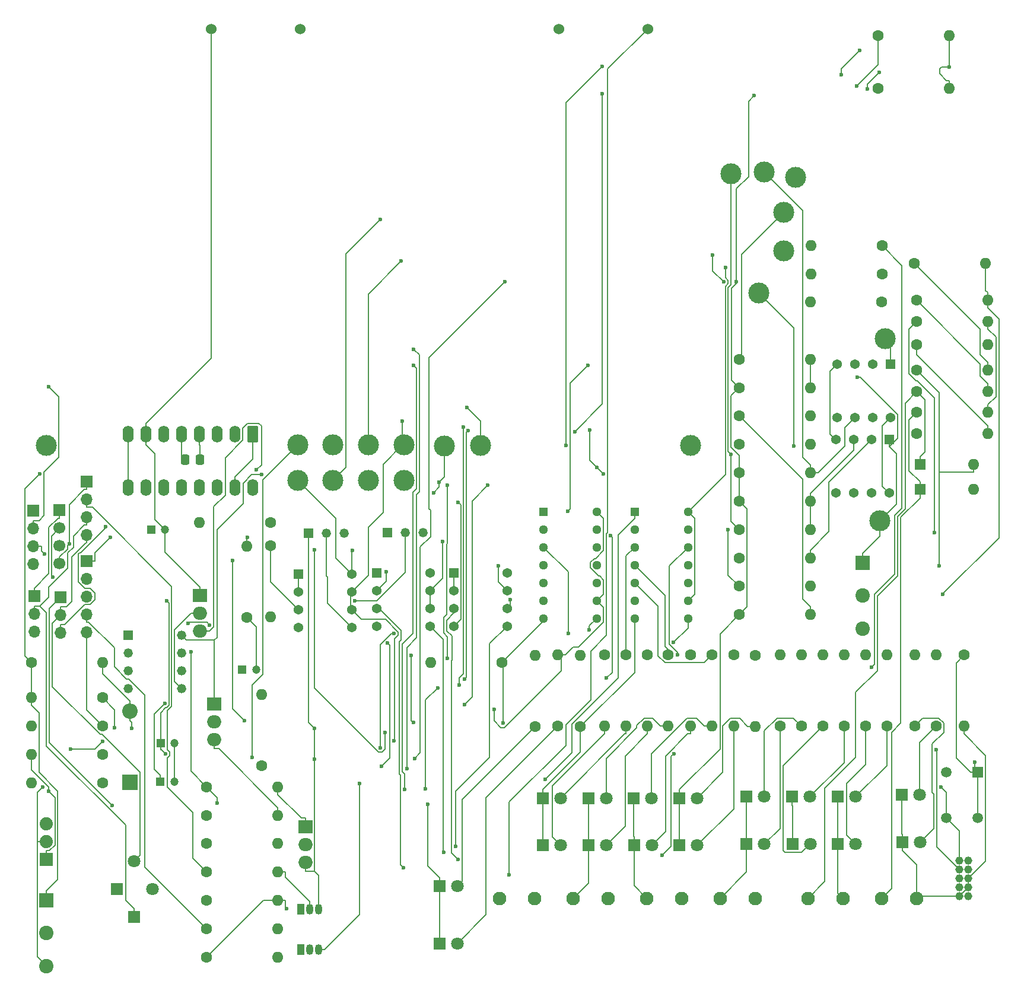
<source format=gbr>
%TF.GenerationSoftware,KiCad,Pcbnew,9.0.1-9.0.1-0~ubuntu24.04.1*%
%TF.CreationDate,2025-05-12T01:42:27+10:00*%
%TF.ProjectId,Sensor_Unit,53656e73-6f72-45f5-956e-69742e6b6963,rev?*%
%TF.SameCoordinates,Original*%
%TF.FileFunction,Copper,L2,Bot*%
%TF.FilePolarity,Positive*%
%FSLAX46Y46*%
G04 Gerber Fmt 4.6, Leading zero omitted, Abs format (unit mm)*
G04 Created by KiCad (PCBNEW 9.0.1-9.0.1-0~ubuntu24.04.1) date 2025-05-12 01:42:27*
%MOMM*%
%LPD*%
G01*
G04 APERTURE LIST*
G04 Aperture macros list*
%AMRoundRect*
0 Rectangle with rounded corners*
0 $1 Rounding radius*
0 $2 $3 $4 $5 $6 $7 $8 $9 X,Y pos of 4 corners*
0 Add a 4 corners polygon primitive as box body*
4,1,4,$2,$3,$4,$5,$6,$7,$8,$9,$2,$3,0*
0 Add four circle primitives for the rounded corners*
1,1,$1+$1,$2,$3*
1,1,$1+$1,$4,$5*
1,1,$1+$1,$6,$7*
1,1,$1+$1,$8,$9*
0 Add four rect primitives between the rounded corners*
20,1,$1+$1,$2,$3,$4,$5,0*
20,1,$1+$1,$4,$5,$6,$7,0*
20,1,$1+$1,$6,$7,$8,$9,0*
20,1,$1+$1,$8,$9,$2,$3,0*%
G04 Aperture macros list end*
%TA.AperFunction,ComponentPad*%
%ADD10C,1.530000*%
%TD*%
%TA.AperFunction,ComponentPad*%
%ADD11C,2.057400*%
%TD*%
%TA.AperFunction,ComponentPad*%
%ADD12R,2.057400X2.057400*%
%TD*%
%TA.AperFunction,ComponentPad*%
%ADD13R,1.371600X1.371600*%
%TD*%
%TA.AperFunction,ComponentPad*%
%ADD14C,1.371600*%
%TD*%
%TA.AperFunction,ComponentPad*%
%ADD15R,1.800000X1.800000*%
%TD*%
%TA.AperFunction,ComponentPad*%
%ADD16C,1.800000*%
%TD*%
%TA.AperFunction,ComponentPad*%
%ADD17C,1.600000*%
%TD*%
%TA.AperFunction,ComponentPad*%
%ADD18O,1.600000X1.600000*%
%TD*%
%TA.AperFunction,ComponentPad*%
%ADD19R,1.320800X1.320800*%
%TD*%
%TA.AperFunction,ComponentPad*%
%ADD20C,1.320800*%
%TD*%
%TA.AperFunction,ComponentPad*%
%ADD21R,2.000000X1.905000*%
%TD*%
%TA.AperFunction,ComponentPad*%
%ADD22O,2.000000X1.905000*%
%TD*%
%TA.AperFunction,ComponentPad*%
%ADD23RoundRect,0.250000X-0.550000X0.950000X-0.550000X-0.950000X0.550000X-0.950000X0.550000X0.950000X0*%
%TD*%
%TA.AperFunction,ComponentPad*%
%ADD24O,1.600000X2.400000*%
%TD*%
%TA.AperFunction,ComponentPad*%
%ADD25C,3.000000*%
%TD*%
%TA.AperFunction,ComponentPad*%
%ADD26R,1.879600X1.879600*%
%TD*%
%TA.AperFunction,ComponentPad*%
%ADD27C,1.879600*%
%TD*%
%TA.AperFunction,ComponentPad*%
%ADD28R,1.200000X1.200000*%
%TD*%
%TA.AperFunction,ComponentPad*%
%ADD29C,1.200000*%
%TD*%
%TA.AperFunction,ComponentPad*%
%ADD30R,1.700000X1.700000*%
%TD*%
%TA.AperFunction,ComponentPad*%
%ADD31O,1.700000X1.700000*%
%TD*%
%TA.AperFunction,ComponentPad*%
%ADD32R,1.600000X1.600000*%
%TD*%
%TA.AperFunction,ComponentPad*%
%ADD33C,1.950000*%
%TD*%
%TA.AperFunction,ComponentPad*%
%ADD34R,1.050000X1.500000*%
%TD*%
%TA.AperFunction,ComponentPad*%
%ADD35O,1.050000X1.500000*%
%TD*%
%TA.AperFunction,ComponentPad*%
%ADD36C,1.168400*%
%TD*%
%TA.AperFunction,ComponentPad*%
%ADD37R,1.295400X1.295400*%
%TD*%
%TA.AperFunction,ComponentPad*%
%ADD38C,1.295400*%
%TD*%
%TA.AperFunction,ComponentPad*%
%ADD39R,2.200000X2.200000*%
%TD*%
%TA.AperFunction,ComponentPad*%
%ADD40O,2.200000X2.200000*%
%TD*%
%TA.AperFunction,ComponentPad*%
%ADD41R,1.498600X1.498600*%
%TD*%
%TA.AperFunction,ComponentPad*%
%ADD42C,1.498600*%
%TD*%
%TA.AperFunction,ComponentPad*%
%ADD43C,1.700000*%
%TD*%
%TA.AperFunction,SMDPad,CuDef*%
%ADD44RoundRect,0.250000X0.337500X0.475000X-0.337500X0.475000X-0.337500X-0.475000X0.337500X-0.475000X0*%
%TD*%
%TA.AperFunction,SMDPad,CuDef*%
%ADD45C,3.000000*%
%TD*%
%TA.AperFunction,ViaPad*%
%ADD46C,0.600000*%
%TD*%
%TA.AperFunction,Conductor*%
%ADD47C,0.200000*%
%TD*%
G04 APERTURE END LIST*
D10*
%TO.P,BT1,N*%
%TO.N,Net-(BT1-PadN)*%
X106150000Y-26580000D03*
%TO.P,BT1,P*%
%TO.N,Net-(BT1-PadP)*%
X118850000Y-26580000D03*
%TD*%
%TO.P,BT2,P*%
%TO.N,Net-(BT1-PadN)*%
X69300000Y-26580000D03*
%TO.P,BT2,N*%
%TO.N,GND*%
X56600000Y-26580000D03*
%TD*%
D11*
%TO.P,SW2,3,3*%
%TO.N,GND*%
X33060400Y-160319401D03*
%TO.P,SW2,2,2*%
%TO.N,Net-(BT1-PadP)*%
X33060400Y-155619401D03*
D12*
%TO.P,SW2,1,1*%
%TO.N,+9V*%
X33060400Y-150919400D03*
%TD*%
D13*
%TO.P,U17,1*%
%TO.N,CH3_Buffered*%
X91190000Y-104190000D03*
D14*
%TO.P,U17,2,-*%
X91190000Y-106730000D03*
%TO.P,U17,3,+*%
%TO.N,Net-(U17A-+)*%
X91190000Y-109270000D03*
%TO.P,U17,4,V-*%
%TO.N,-15V*%
X91190000Y-111810000D03*
%TO.P,U17,5,+*%
%TO.N,Net-(U17B-+)*%
X98810000Y-111810000D03*
%TO.P,U17,6,-*%
%TO.N,CH4_Buffered*%
X98810000Y-109270000D03*
%TO.P,U17,7*%
X98810000Y-106730000D03*
%TO.P,U17,8,V+*%
%TO.N,+15V*%
X98810000Y-104190000D03*
%TD*%
D15*
%TO.P,LED19,1,K*%
%TO.N,GND*%
X89181800Y-148906000D03*
D16*
%TO.P,LED19,2,A*%
%TO.N,Net-(LED19-A)*%
X91721800Y-148906000D03*
%TD*%
D17*
%TO.P,R15,1*%
%TO.N,TX_OPTICAL*%
X55920000Y-134750000D03*
D18*
%TO.P,R15,2*%
%TO.N,Net-(Q2-G)*%
X66080000Y-134750000D03*
%TD*%
D17*
%TO.P,R38,1*%
%TO.N,Net-(U15-Q0)*%
X112697500Y-115902600D03*
D18*
%TO.P,R38,2*%
%TO.N,Net-(LED10-A)*%
X112697500Y-126062600D03*
%TD*%
D19*
%TO.P,U10,1,TEST*%
%TO.N,unconnected-(U10-TEST-Pad1)*%
X44716300Y-113073400D03*
D20*
%TO.P,U10,2,C+*%
%TO.N,Net-(U10-C+)*%
X44716300Y-115613400D03*
%TO.P,U10,3,GND*%
%TO.N,GND*%
X44716300Y-118153400D03*
%TO.P,U10,4,C-*%
%TO.N,Net-(U10-C-)*%
X44716300Y-120693400D03*
%TO.P,U10,5,VOUT*%
%TO.N,-15V*%
X52336300Y-120693400D03*
%TO.P,U10,6,VR*%
%TO.N,unconnected-(U10-VR-Pad6)*%
X52336300Y-118153400D03*
%TO.P,U10,7,OSC*%
%TO.N,unconnected-(U10-OSC-Pad7)*%
X52336300Y-115613400D03*
%TO.P,U10,8,V+*%
%TO.N,+15V*%
X52336300Y-113073400D03*
%TD*%
D21*
%TO.P,U9,1,VI*%
%TO.N,+15V*%
X57000000Y-122920000D03*
D22*
%TO.P,U9,2,GND*%
%TO.N,GND*%
X57000000Y-125460000D03*
%TO.P,U9,3,VO*%
%TO.N,+5V*%
X57000000Y-128000000D03*
%TD*%
D15*
%TO.P,LED16,1,K*%
%TO.N,GND*%
X139508200Y-142906500D03*
D16*
%TO.P,LED16,2,A*%
%TO.N,Net-(LED16-A)*%
X142048200Y-142906500D03*
%TD*%
D23*
%TO.P,U23,1,REFP*%
%TO.N,+3.3V*%
X62540000Y-84380000D03*
D24*
%TO.P,U23,2,VIN1N*%
%TO.N,ADC1_IN2*%
X60000000Y-84380000D03*
%TO.P,U23,3,VIN1P*%
%TO.N,NAU7802_VIN1P*%
X57460000Y-84380000D03*
%TO.P,U23,4,VIN2N*%
%TO.N,Net-(U23-VIN2N)*%
X54920000Y-84380000D03*
%TO.P,U23,5,VIN2P*%
%TO.N,Net-(U23-VIN2P)*%
X52380000Y-84380000D03*
%TO.P,U23,6,VBG*%
%TO.N,Net-(U23-VBG)*%
X49840000Y-84380000D03*
%TO.P,U23,7,REFN*%
%TO.N,GND*%
X47300000Y-84380000D03*
%TO.P,U23,8,AVSS*%
X44760000Y-84380000D03*
%TO.P,U23,9,DVSS*%
X44760000Y-92000000D03*
%TO.P,U23,10,XIN*%
%TO.N,unconnected-(U23-XIN-Pad10)*%
X47300000Y-92000000D03*
%TO.P,U23,11,XOUT*%
%TO.N,unconnected-(U23-XOUT-Pad11)*%
X49840000Y-92000000D03*
%TO.P,U23,12,DRDY*%
%TO.N,unconnected-(U23-DRDY-Pad12)*%
X52380000Y-92000000D03*
%TO.P,U23,13,SCLK*%
%TO.N,I2C_SCL*%
X54920000Y-92000000D03*
%TO.P,U23,14,SDIO*%
%TO.N,I2C_SDA*%
X57460000Y-92000000D03*
%TO.P,U23,15,DVDD*%
%TO.N,+3.3V*%
X60000000Y-92000000D03*
%TO.P,U23,16,AVDD/LDO*%
%TO.N,unconnected-(U23-AVDD{slash}LDO-Pad16)*%
X62540000Y-92000000D03*
%TD*%
D25*
%TO.P,TP2,1,1*%
%TO.N,+9V*%
X95000000Y-86000000D03*
%TD*%
%TO.P,TP5,1,1*%
%TO.N,-15V*%
X73950000Y-85950000D03*
%TD*%
D17*
%TO.P,R44,1*%
%TO.N,Net-(LED16-A)*%
X143852600Y-126074300D03*
D18*
%TO.P,R44,2*%
%TO.N,Net-(U15-Q5)*%
X143852600Y-115914300D03*
%TD*%
D26*
%TO.P,U8,1,IN*%
%TO.N,17V*%
X33000000Y-145080000D03*
D27*
%TO.P,U8,2,GND*%
%TO.N,GND*%
X33000000Y-142540000D03*
%TO.P,U8,3,OUT*%
%TO.N,+15V*%
X33000000Y-140000000D03*
%TD*%
D17*
%TO.P,R16,1*%
%TO.N,Net-(Q2-G)*%
X55920000Y-138800000D03*
D18*
%TO.P,R16,2*%
%TO.N,+5V*%
X66080000Y-138800000D03*
%TD*%
D25*
%TO.P,TP9,1,1*%
%TO.N,ADC1_IN2*%
X84050000Y-85950000D03*
%TD*%
D15*
%TO.P,LED11,1,K*%
%TO.N,GND*%
X110389400Y-143082300D03*
D16*
%TO.P,LED11,2,A*%
%TO.N,Net-(LED11-A)*%
X112929400Y-143082300D03*
%TD*%
D17*
%TO.P,R57,1*%
%TO.N,-1V65*%
X131920000Y-102050000D03*
D18*
%TO.P,R57,2*%
%TO.N,Net-(U20A--)*%
X142080000Y-102050000D03*
%TD*%
D17*
%TO.P,R17,1*%
%TO.N,Net-(Q2-D)*%
X55920000Y-142850000D03*
D18*
%TO.P,R17,2*%
%TO.N,Net-(J5-Pin_1)*%
X66080000Y-142850000D03*
%TD*%
D15*
%TO.P,LED8,1,K*%
%TO.N,GND*%
X139483200Y-136156500D03*
D16*
%TO.P,LED8,2,A*%
%TO.N,Net-(LED8-A)*%
X142023200Y-136156500D03*
%TD*%
D17*
%TO.P,R49,1*%
%TO.N,Net-(LED19-A)*%
X102818700Y-126131300D03*
D18*
%TO.P,R49,2*%
%TO.N,SAMPLING_LED*%
X102818700Y-115971300D03*
%TD*%
D17*
%TO.P,R36,1*%
%TO.N,Net-(LED8-A)*%
X146905200Y-126076100D03*
D18*
%TO.P,R36,2*%
%TO.N,Net-(U14-Q5)*%
X146905200Y-115916100D03*
%TD*%
D17*
%TO.P,R28,1*%
%TO.N,GND*%
X109247700Y-126160000D03*
D18*
%TO.P,R28,2*%
%TO.N,Net-(U12B-+)*%
X109247700Y-116000000D03*
%TD*%
D17*
%TO.P,R25,1*%
%TO.N,Net-(U12A-+)*%
X65037200Y-100304200D03*
D18*
%TO.P,R25,2*%
%TO.N,-15V*%
X65037200Y-110464200D03*
%TD*%
D28*
%TO.P,C17,1*%
%TO.N,+5V*%
X49337700Y-128496800D03*
D29*
%TO.P,C17,2*%
%TO.N,GND*%
X51337700Y-128496800D03*
%TD*%
D13*
%TO.P,U19,1*%
%TO.N,Net-(R52-Pad2)*%
X153540000Y-74380000D03*
D14*
%TO.P,U19,2,-*%
%TO.N,Net-(U19A--)*%
X151000000Y-74380000D03*
%TO.P,U19,3,+*%
%TO.N,Net-(U19A-+)*%
X148460000Y-74380000D03*
%TO.P,U19,4,V-*%
%TO.N,-15V*%
X145920000Y-74380000D03*
%TO.P,U19,5,+*%
%TO.N,/range_switching/POT_2W*%
X145920000Y-82000000D03*
%TO.P,U19,6,-*%
%TO.N,/range_switching/POT_1W*%
X148460000Y-82000000D03*
%TO.P,U19,7*%
%TO.N,/range_switching/POT_1B*%
X151000000Y-82000000D03*
%TO.P,U19,8,V+*%
%TO.N,+15V*%
X153540000Y-82000000D03*
%TD*%
D17*
%TO.P,R3,1*%
%TO.N,/Sensor MCU/SPI_MISO_*%
X152250000Y-65500000D03*
D18*
%TO.P,R3,2*%
%TO.N,SPI_MISO*%
X142090000Y-65500000D03*
%TD*%
D25*
%TO.P,TP6,1,1*%
%TO.N,+5V*%
X73950000Y-91000000D03*
%TD*%
D30*
%TO.P,J6,1,Pin_1*%
%TO.N,+3V3*%
X38780200Y-91121900D03*
D31*
%TO.P,J6,2,Pin_2*%
%TO.N,/Optical Link/FD_AN*%
X38780200Y-93661900D03*
%TO.P,J6,3,Pin_3*%
%TO.N,/Optical Link/LED_CA*%
X38780200Y-96201900D03*
%TO.P,J6,4,Pin_4*%
%TO.N,/Optical Link/LED_AN*%
X38780200Y-98741900D03*
%TD*%
D25*
%TO.P,TP16,1,1*%
%TO.N,/range_switching/POT_1W*%
X135500000Y-47000000D03*
%TD*%
D17*
%TO.P,R40,1*%
%TO.N,Net-(U15-Q2)*%
X124967100Y-115920000D03*
D18*
%TO.P,R40,2*%
%TO.N,Net-(LED12-A)*%
X124967100Y-126080000D03*
%TD*%
D32*
%TO.P,D3,1,K*%
%TO.N,Net-(D3-K)*%
X157740100Y-92276500D03*
D18*
%TO.P,D3,2,A*%
%TO.N,Net-(D3-A)*%
X165360100Y-92276500D03*
%TD*%
D33*
%TO.P,J11,1*%
%TO.N,GND*%
X129221800Y-150656200D03*
%TO.P,J11,2*%
%TO.N,Net-(U17B-+)*%
X134221800Y-150656200D03*
%TD*%
D17*
%TO.P,R41,1*%
%TO.N,Net-(U15-Q3)*%
X131130000Y-115924000D03*
D18*
%TO.P,R41,2*%
%TO.N,Net-(LED13-A)*%
X131130000Y-126084000D03*
%TD*%
D17*
%TO.P,R37,1*%
%TO.N,Net-(LED9-A)*%
X140800000Y-126074700D03*
D18*
%TO.P,R37,2*%
%TO.N,Net-(U14-Q4)*%
X140800000Y-115914700D03*
%TD*%
D13*
%TO.P,U16,1*%
%TO.N,CH1_Buffered*%
X80190000Y-104190000D03*
D14*
%TO.P,U16,2,-*%
X80190000Y-106730000D03*
%TO.P,U16,3,+*%
%TO.N,Net-(U16A-+)*%
X80190000Y-109270000D03*
%TO.P,U16,4,V-*%
%TO.N,-15V*%
X80190000Y-111810000D03*
%TO.P,U16,5,+*%
%TO.N,Net-(U16B-+)*%
X87810000Y-111810000D03*
%TO.P,U16,6,-*%
%TO.N,CH2_Buffered*%
X87810000Y-109270000D03*
%TO.P,U16,7*%
X87810000Y-106730000D03*
%TO.P,U16,8,V+*%
%TO.N,+15V*%
X87810000Y-104190000D03*
%TD*%
D15*
%TO.P,LED7,1,K*%
%TO.N,GND*%
X145983200Y-136156500D03*
D16*
%TO.P,LED7,2,A*%
%TO.N,Net-(LED7-A)*%
X148523200Y-136156500D03*
%TD*%
D17*
%TO.P,R42,1*%
%TO.N,Net-(LED14-A)*%
X156952200Y-126080000D03*
D18*
%TO.P,R42,2*%
%TO.N,Net-(U15-Q7)*%
X156952200Y-115920000D03*
%TD*%
D21*
%TO.P,U11,1,GND*%
%TO.N,GND*%
X55000000Y-107460000D03*
D22*
%TO.P,U11,2,VI*%
%TO.N,-15V*%
X55000000Y-110000000D03*
%TO.P,U11,3,VO*%
%TO.N,-5V*%
X55000000Y-112540000D03*
%TD*%
D25*
%TO.P,TP7,1,1*%
%TO.N,-5V*%
X79000000Y-85950000D03*
%TD*%
D17*
%TO.P,R39,1*%
%TO.N,Net-(U15-Q1)*%
X118834600Y-115902600D03*
D18*
%TO.P,R39,2*%
%TO.N,Net-(LED11-A)*%
X118834600Y-126062600D03*
%TD*%
D17*
%TO.P,R53,1*%
%TO.N,Net-(R52-Pad2)*%
X131920000Y-85850000D03*
D18*
%TO.P,R53,2*%
%TO.N,/range_switching/POT_2W*%
X142080000Y-85850000D03*
%TD*%
D15*
%TO.P,LED4,1,K*%
%TO.N,GND*%
X116854400Y-136332300D03*
D16*
%TO.P,LED4,2,A*%
%TO.N,Net-(LED4-A)*%
X119394400Y-136332300D03*
%TD*%
D25*
%TO.P,TP15,1,1*%
%TO.N,Net-(U21-A1)*%
X140000000Y-47750000D03*
%TD*%
%TO.P,TP10,1,1*%
%TO.N,-1V65*%
X84050000Y-91000000D03*
%TD*%
D21*
%TO.P,Q2,1,G*%
%TO.N,Net-(Q2-G)*%
X70000000Y-140460000D03*
D22*
%TO.P,Q2,2,D*%
%TO.N,Net-(Q2-D)*%
X70000000Y-143000000D03*
%TO.P,Q2,3,S*%
%TO.N,+3V3*%
X70000000Y-145540000D03*
%TD*%
D17*
%TO.P,R59,1*%
%TO.N,GND*%
X98080000Y-117000000D03*
D18*
%TO.P,R59,2*%
%TO.N,Net-(U1-PH3)*%
X87920000Y-117000000D03*
%TD*%
D34*
%TO.P,Q3,1,E*%
%TO.N,GND*%
X69373900Y-157967200D03*
D35*
%TO.P,Q3,2,B*%
%TO.N,Net-(Q3-B)*%
X70643900Y-157967200D03*
%TO.P,Q3,3,C*%
%TO.N,RX_OPTICAL*%
X71913900Y-157967200D03*
%TD*%
D17*
%TO.P,R14,1*%
%TO.N,TX_OPTICAL*%
X63794700Y-131702200D03*
D18*
%TO.P,R14,2*%
%TO.N,Net-(J4-Pin_3)*%
X63794700Y-121542200D03*
%TD*%
D15*
%TO.P,LED12,1,K*%
%TO.N,GND*%
X116904400Y-143082300D03*
D16*
%TO.P,LED12,2,A*%
%TO.N,Net-(LED12-A)*%
X119444400Y-143082300D03*
%TD*%
D13*
%TO.P,U20,1*%
%TO.N,Net-(J12-Pin_2)*%
X153350000Y-85190000D03*
D14*
%TO.P,U20,2,-*%
%TO.N,Net-(U20A--)*%
X150810000Y-85190000D03*
%TO.P,U20,3,+*%
%TO.N,Net-(U20A-+)*%
X148270000Y-85190000D03*
%TO.P,U20,4,V-*%
%TO.N,-15V*%
X145730000Y-85190000D03*
%TO.P,U20,5*%
%TO.N,N/C*%
X145730000Y-92810000D03*
%TO.P,U20,6*%
X148270000Y-92810000D03*
%TO.P,U20,7*%
X150810000Y-92810000D03*
%TO.P,U20,8,V+*%
%TO.N,+15V*%
X153350000Y-92810000D03*
%TD*%
D17*
%TO.P,R10,1*%
%TO.N,Net-(D2-A)*%
X157280100Y-75276500D03*
D18*
%TO.P,R10,2*%
%TO.N,Net-(R10-Pad2)*%
X167440100Y-75276500D03*
%TD*%
D17*
%TO.P,R27,1*%
%TO.N,Net-(U12B-+)*%
X65080000Y-97000000D03*
D18*
%TO.P,R27,2*%
%TO.N,+3V3*%
X54920000Y-97000000D03*
%TD*%
D17*
%TO.P,R61,1*%
%TO.N,GND*%
X131920000Y-110150000D03*
D18*
%TO.P,R61,2*%
%TO.N,Net-(U19A--)*%
X142080000Y-110150000D03*
%TD*%
D30*
%TO.P,J4,1,Pin_1*%
%TO.N,GND*%
X31307600Y-107535000D03*
D31*
%TO.P,J4,2,Pin_2*%
%TO.N,/Optical Link/LED_CA*%
X31307600Y-110075000D03*
%TO.P,J4,3,Pin_3*%
%TO.N,Net-(J4-Pin_3)*%
X31307600Y-112615000D03*
%TD*%
D17*
%TO.P,L3,1,1*%
%TO.N,+9V*%
X30920000Y-117000000D03*
D18*
%TO.P,L3,2,2*%
%TO.N,Net-(D23-A)*%
X41080000Y-117000000D03*
%TD*%
D17*
%TO.P,R12,1*%
%TO.N,Net-(D3-K)*%
X157280100Y-81276500D03*
D18*
%TO.P,R12,2*%
%TO.N,Net-(R12-Pad2)*%
X167440100Y-81276500D03*
%TD*%
D36*
%TO.P,J1,1,VTG*%
%TO.N,+3V3*%
X164604600Y-150354700D03*
%TO.P,J1,2,GND*%
%TO.N,GND*%
X163334600Y-150354700D03*
%TO.P,J1,3,GND*%
X164604600Y-149084700D03*
%TO.P,J1,4,KEY*%
%TO.N,unconnected-(J1-KEY-Pad4)*%
X163334600Y-149084700D03*
%TO.P,J1,5,GND*%
%TO.N,GND*%
X164604600Y-147814700D03*
%TO.P,J1,6,RST*%
%TO.N,JLink_SWDIO*%
X163334600Y-147814700D03*
%TO.P,J1,7,NC*%
%TO.N,JLink_CLK*%
X164604600Y-146544700D03*
%TO.P,J1,8,SWO*%
%TO.N,JLink_SWO*%
X163334600Y-146544700D03*
%TO.P,J1,9,CLK*%
%TO.N,unconnected-(J1-CLK-Pad9)*%
X164604600Y-145274700D03*
%TO.P,J1,10,SWDIO*%
%TO.N,JLink_RST*%
X163334600Y-145274700D03*
%TD*%
D33*
%TO.P,J8,1*%
%TO.N,GND*%
X97721800Y-150656200D03*
%TO.P,J8,2*%
%TO.N,Net-(U16A-+)*%
X102721800Y-150656200D03*
%TD*%
D20*
%TO.P,R46,1,1*%
%TO.N,-15V*%
X86826200Y-98409400D03*
%TO.P,R46,2,2*%
%TO.N,Net-(U12A-+)*%
X84286200Y-98409400D03*
D19*
%TO.P,R46,3,3*%
%TO.N,GND*%
X81746200Y-98409400D03*
%TD*%
D17*
%TO.P,R47,1*%
%TO.N,Net-(C25-Pad1)*%
X164000000Y-115920000D03*
D18*
%TO.P,R47,2*%
%TO.N,GND*%
X164000000Y-126080000D03*
%TD*%
D17*
%TO.P,R50,1*%
%TO.N,Net-(U18-DA)*%
X131920000Y-73700000D03*
D18*
%TO.P,R50,2*%
%TO.N,Net-(U19A-+)*%
X142080000Y-73700000D03*
%TD*%
D15*
%TO.P,LED10,1,K*%
%TO.N,GND*%
X103889400Y-143082300D03*
D16*
%TO.P,LED10,2,A*%
%TO.N,Net-(LED10-A)*%
X106429400Y-143082300D03*
%TD*%
D37*
%TO.P,U15,1,DS1*%
%TO.N,Net-(U14-Q7)*%
X104000000Y-95460000D03*
D38*
%TO.P,U15,2,DS2*%
%TO.N,+3V3*%
X104000000Y-98000000D03*
%TO.P,U15,3,Q0*%
%TO.N,Net-(U15-Q0)*%
X104000000Y-100540000D03*
%TO.P,U15,4,Q1*%
%TO.N,Net-(U15-Q1)*%
X104000000Y-103080000D03*
%TO.P,U15,5,Q2*%
%TO.N,Net-(U15-Q2)*%
X104000000Y-105620000D03*
%TO.P,U15,6,Q3*%
%TO.N,Net-(U15-Q3)*%
X104000000Y-108160000D03*
%TO.P,U15,7,GND*%
%TO.N,GND*%
X104000000Y-110700000D03*
%TO.P,U15,8,CP*%
%TO.N,ALARM_CLK*%
X111620000Y-110700000D03*
%TO.P,U15,9,\u002AMR*%
%TO.N,+3V3*%
X111620000Y-108160000D03*
%TO.P,U15,10,Q4*%
%TO.N,Net-(U15-Q4)*%
X111620000Y-105620000D03*
%TO.P,U15,11,Q5*%
%TO.N,Net-(U15-Q5)*%
X111620000Y-103080000D03*
%TO.P,U15,12,Q6*%
%TO.N,Net-(U15-Q6)*%
X111620000Y-100540000D03*
%TO.P,U15,13,Q7*%
%TO.N,Net-(U15-Q7)*%
X111620000Y-98000000D03*
%TO.P,U15,14,VCC*%
%TO.N,+3V3*%
X111620000Y-95460000D03*
%TD*%
D17*
%TO.P,R19,1*%
%TO.N,GND*%
X55920000Y-150950000D03*
D18*
%TO.P,R19,2*%
%TO.N,Net-(Q1-E)*%
X66080000Y-150950000D03*
%TD*%
D17*
%TO.P,R55,1*%
%TO.N,GND*%
X131920000Y-93950000D03*
D18*
%TO.P,R55,2*%
%TO.N,Net-(U20A-+)*%
X142080000Y-93950000D03*
%TD*%
D17*
%TO.P,R58,1*%
%TO.N,Net-(U20A--)*%
X131920000Y-106100000D03*
D18*
%TO.P,R58,2*%
%TO.N,Net-(J12-Pin_2)*%
X142080000Y-106100000D03*
%TD*%
D17*
%TO.P,R26,1*%
%TO.N,GND*%
X61683900Y-110558700D03*
D18*
%TO.P,R26,2*%
%TO.N,Net-(U12A-+)*%
X61683900Y-100398700D03*
%TD*%
D17*
%TO.P,R6,1*%
%TO.N,Net-(R10-Pad2)*%
X156920000Y-60000000D03*
D18*
%TO.P,R6,2*%
%TO.N,Net-(R6-Pad2)*%
X167080000Y-60000000D03*
%TD*%
D25*
%TO.P,TP13,1,1*%
%TO.N,/range_switching/POT_1B*%
X130750000Y-47250000D03*
%TD*%
D30*
%TO.P,J5,1,Pin_1*%
%TO.N,Net-(J5-Pin_1)*%
X35086000Y-107653000D03*
D31*
%TO.P,J5,2,Pin_2*%
%TO.N,/Optical Link/LED_AN*%
X35086000Y-110193000D03*
%TO.P,J5,3,Pin_3*%
%TO.N,+3.3V*%
X35086000Y-112733000D03*
%TD*%
D17*
%TO.P,R35,1*%
%TO.N,Net-(LED7-A)*%
X153000000Y-126080000D03*
D18*
%TO.P,R35,2*%
%TO.N,Net-(U14-Q6)*%
X153000000Y-115920000D03*
%TD*%
D15*
%TO.P,LED14,1,K*%
%TO.N,GND*%
X155181800Y-142656200D03*
D16*
%TO.P,LED14,2,A*%
%TO.N,Net-(LED14-A)*%
X157721800Y-142656200D03*
%TD*%
D15*
%TO.P,LED2,1,K*%
%TO.N,GND*%
X103889400Y-136332300D03*
D16*
%TO.P,LED2,2,A*%
%TO.N,Net-(LED2-A)*%
X106429400Y-136332300D03*
%TD*%
D15*
%TO.P,LED5,1,K*%
%TO.N,GND*%
X123389400Y-136332300D03*
D16*
%TO.P,LED5,2,A*%
%TO.N,Net-(LED5-A)*%
X125929400Y-136332300D03*
%TD*%
D17*
%TO.P,R7,1*%
%TO.N,Net-(R11-Pad2)*%
X157200100Y-65276500D03*
D18*
%TO.P,R7,2*%
%TO.N,Net-(R6-Pad2)*%
X167360100Y-65276500D03*
%TD*%
D17*
%TO.P,R54,1*%
%TO.N,GND*%
X131920000Y-89900000D03*
D18*
%TO.P,R54,2*%
%TO.N,/range_switching/POT_1W*%
X142080000Y-89900000D03*
%TD*%
D37*
%TO.P,U14,1,DS1*%
%TO.N,ALARM_LED*%
X117000000Y-95460000D03*
D38*
%TO.P,U14,2,DS2*%
%TO.N,+3V3*%
X117000000Y-98000000D03*
%TO.P,U14,3,Q0*%
%TO.N,Net-(U14-Q0)*%
X117000000Y-100540000D03*
%TO.P,U14,4,Q1*%
%TO.N,Net-(U14-Q1)*%
X117000000Y-103080000D03*
%TO.P,U14,5,Q2*%
%TO.N,Net-(U14-Q2)*%
X117000000Y-105620000D03*
%TO.P,U14,6,Q3*%
%TO.N,Net-(U14-Q3)*%
X117000000Y-108160000D03*
%TO.P,U14,7,GND*%
%TO.N,GND*%
X117000000Y-110700000D03*
%TO.P,U14,8,CP*%
%TO.N,ALARM_CLK*%
X124620000Y-110700000D03*
%TO.P,U14,9,\u002AMR*%
%TO.N,+3V3*%
X124620000Y-108160000D03*
%TO.P,U14,10,Q4*%
%TO.N,Net-(U14-Q4)*%
X124620000Y-105620000D03*
%TO.P,U14,11,Q5*%
%TO.N,Net-(U14-Q5)*%
X124620000Y-103080000D03*
%TO.P,U14,12,Q6*%
%TO.N,Net-(U14-Q6)*%
X124620000Y-100540000D03*
%TO.P,U14,13,Q7*%
%TO.N,Net-(U14-Q7)*%
X124620000Y-98000000D03*
%TO.P,U14,14,VCC*%
%TO.N,+3V3*%
X124620000Y-95460000D03*
%TD*%
D17*
%TO.P,R52,1*%
%TO.N,Net-(U19A--)*%
X131920000Y-81800000D03*
D18*
%TO.P,R52,2*%
%TO.N,Net-(R52-Pad2)*%
X142080000Y-81800000D03*
%TD*%
D33*
%TO.P,J10,1*%
%TO.N,GND*%
X118721800Y-150656200D03*
%TO.P,J10,2*%
%TO.N,Net-(U17A-+)*%
X123721800Y-150656200D03*
%TD*%
D25*
%TO.P,TP8,1,1*%
%TO.N,+3V3*%
X79000000Y-91000000D03*
%TD*%
D15*
%TO.P,LED15,1,K*%
%TO.N,GND*%
X146008200Y-142906500D03*
D16*
%TO.P,LED15,2,A*%
%TO.N,Net-(LED15-A)*%
X148548200Y-142906500D03*
%TD*%
D20*
%TO.P,R48,1,1*%
%TO.N,GND*%
X75546100Y-98490900D03*
%TO.P,R48,2,2*%
%TO.N,Net-(U12B-+)*%
X73006100Y-98490900D03*
D19*
%TO.P,R48,3,3*%
%TO.N,+3V3*%
X70466100Y-98490900D03*
%TD*%
D30*
%TO.P,J12,1,Pin_1*%
%TO.N,ADS1119_AINP*%
X31191300Y-95325300D03*
D31*
%TO.P,J12,2,Pin_2*%
%TO.N,Net-(J12-Pin_2)*%
X31191300Y-97865300D03*
%TO.P,J12,3,Pin_3*%
%TO.N,ADC1_IN1*%
X31191300Y-100405300D03*
%TO.P,J12,4,Pin_4*%
%TO.N,NAU7802_VIN1P*%
X31191300Y-102945300D03*
%TD*%
D17*
%TO.P,R51,1*%
%TO.N,GND*%
X131920000Y-77750000D03*
D18*
%TO.P,R51,2*%
%TO.N,Net-(U19A-+)*%
X142080000Y-77750000D03*
%TD*%
D17*
%TO.P,R13,1*%
%TO.N,Net-(D3-A)*%
X157280100Y-84276500D03*
D18*
%TO.P,R13,2*%
%TO.N,Net-(R13-Pad2)*%
X167440100Y-84276500D03*
%TD*%
D17*
%TO.P,R56,1*%
%TO.N,/range_switching/POT_1B*%
X131920000Y-98000000D03*
D18*
%TO.P,R56,2*%
%TO.N,Net-(U20A-+)*%
X142080000Y-98000000D03*
%TD*%
D15*
%TO.P,LED17,1,K*%
%TO.N,GND*%
X132968200Y-142906500D03*
D16*
%TO.P,LED17,2,A*%
%TO.N,Net-(LED17-A)*%
X135508200Y-142906500D03*
%TD*%
D15*
%TO.P,LED3,1,K*%
%TO.N,GND*%
X110389400Y-136332300D03*
D16*
%TO.P,LED3,2,A*%
%TO.N,Net-(LED3-A)*%
X112929400Y-136332300D03*
%TD*%
D33*
%TO.P,J3,1*%
%TO.N,Net-(D3-K)*%
X152221800Y-150656200D03*
%TO.P,J3,2*%
%TO.N,GND*%
X157221800Y-150656200D03*
%TD*%
D17*
%TO.P,R30,1*%
%TO.N,Net-(U14-Q0)*%
X115766000Y-115902600D03*
D18*
%TO.P,R30,2*%
%TO.N,Net-(LED2-A)*%
X115766000Y-126062600D03*
%TD*%
D17*
%TO.P,R8,1*%
%TO.N,Net-(R8-Pad1)*%
X157280100Y-68276500D03*
D18*
%TO.P,R8,2*%
%TO.N,Net-(R12-Pad2)*%
X167440100Y-68276500D03*
%TD*%
D15*
%TO.P,LED13,1,K*%
%TO.N,GND*%
X123414400Y-143082300D03*
D16*
%TO.P,LED13,2,A*%
%TO.N,Net-(LED13-A)*%
X125954400Y-143082300D03*
%TD*%
D15*
%TO.P,LED6,1,K*%
%TO.N,GND*%
X155156800Y-135906200D03*
D16*
%TO.P,LED6,2,A*%
%TO.N,Net-(LED6-A)*%
X157696800Y-135906200D03*
%TD*%
D17*
%TO.P,R18,1*%
%TO.N,/Optical Link/FD_AN*%
X55920000Y-146900000D03*
D18*
%TO.P,R18,2*%
%TO.N,Net-(Q1-B)*%
X66080000Y-146900000D03*
%TD*%
D17*
%TO.P,R9,1*%
%TO.N,Net-(R13-Pad2)*%
X157280100Y-71626500D03*
D18*
%TO.P,R9,2*%
%TO.N,Net-(R8-Pad1)*%
X167440100Y-71626500D03*
%TD*%
D17*
%TO.P,R34,1*%
%TO.N,Net-(LED6-A)*%
X160000000Y-126080000D03*
D18*
%TO.P,R34,2*%
%TO.N,Net-(U14-Q7)*%
X160000000Y-115920000D03*
%TD*%
D25*
%TO.P,TP11,1,1*%
%TO.N,Net-(U18-DA)*%
X138250000Y-52750000D03*
%TD*%
D34*
%TO.P,Q1,1,E*%
%TO.N,Net-(Q1-E)*%
X69373900Y-152177200D03*
D35*
%TO.P,Q1,2,B*%
%TO.N,Net-(Q1-B)*%
X70643900Y-152177200D03*
%TO.P,Q1,3,C*%
%TO.N,+3V3*%
X71913900Y-152177200D03*
%TD*%
D17*
%TO.P,R43,1*%
%TO.N,Net-(LED15-A)*%
X149952200Y-126080000D03*
D18*
%TO.P,R43,2*%
%TO.N,Net-(U15-Q6)*%
X149952200Y-115920000D03*
%TD*%
D25*
%TO.P,TP1,1,1*%
%TO.N,GND*%
X89850000Y-86050000D03*
%TD*%
%TO.P,TP17,1,1*%
%TO.N,Net-(U21-A2)*%
X138250000Y-58250000D03*
%TD*%
D17*
%TO.P,R11,1*%
%TO.N,Net-(D2-K)*%
X157280100Y-78276500D03*
D18*
%TO.P,R11,2*%
%TO.N,Net-(R11-Pad2)*%
X167440100Y-78276500D03*
%TD*%
D25*
%TO.P,TP14,1,1*%
%TO.N,Net-(J12-Pin_2)*%
X152000000Y-96750000D03*
%TD*%
D33*
%TO.P,J2,1*%
%TO.N,Net-(D2-K)*%
X141721800Y-150656200D03*
%TO.P,J2,2*%
%TO.N,GND*%
X146721800Y-150656200D03*
%TD*%
D17*
%TO.P,R31,1*%
%TO.N,Net-(U14-Q1)*%
X121766000Y-115902600D03*
D18*
%TO.P,R31,2*%
%TO.N,Net-(LED3-A)*%
X121766000Y-126062600D03*
%TD*%
D25*
%TO.P,TP12,1,1*%
%TO.N,Net-(R52-Pad2)*%
X152750000Y-70750000D03*
%TD*%
D17*
%TO.P,R32,1*%
%TO.N,Net-(U14-Q2)*%
X128044600Y-115920000D03*
D18*
%TO.P,R32,2*%
%TO.N,Net-(LED4-A)*%
X128044600Y-126080000D03*
%TD*%
D17*
%TO.P,R4,1*%
%TO.N,I2C_SCL*%
X151745000Y-27500000D03*
D18*
%TO.P,R4,2*%
%TO.N,VDD +3.3V*%
X161905000Y-27500000D03*
%TD*%
D28*
%TO.P,C21,1*%
%TO.N,-15V*%
X61000000Y-118000000D03*
D29*
%TO.P,C21,2*%
%TO.N,GND*%
X63000000Y-118000000D03*
%TD*%
D39*
%TO.P,D23,1,K*%
%TO.N,17V*%
X45000000Y-134080000D03*
D40*
%TO.P,D23,2,A*%
%TO.N,Net-(D23-A)*%
X45000000Y-123920000D03*
%TD*%
D32*
%TO.P,D2,1,K*%
%TO.N,Net-(D2-K)*%
X157740100Y-88726500D03*
D18*
%TO.P,D2,2,A*%
%TO.N,Net-(D2-A)*%
X165360100Y-88726500D03*
%TD*%
D41*
%TO.P,SW3,1,1*%
%TO.N,Net-(C25-Pad1)*%
X165989401Y-132656199D03*
D42*
%TO.P,SW3,2,2*%
X165989401Y-139156200D03*
%TO.P,SW3,3,3*%
%TO.N,JLink_RST*%
X161489400Y-132656199D03*
%TO.P,SW3,4,4*%
X161489400Y-139156200D03*
%TD*%
D30*
%TO.P,J7,1,Pin_1*%
%TO.N,+5V*%
X38785700Y-102473300D03*
D31*
%TO.P,J7,2,Pin_2*%
%TO.N,+3V3*%
X38785700Y-105013300D03*
%TO.P,J7,3,Pin_3*%
%TO.N,TX_OPTICAL*%
X38785700Y-107553300D03*
%TO.P,J7,4,Pin_4*%
%TO.N,RX_OPTICAL*%
X38785700Y-110093300D03*
%TO.P,J7,5,Pin_5*%
%TO.N,GND*%
X38785700Y-112633300D03*
%TD*%
D17*
%TO.P,R45,1*%
%TO.N,Net-(LED17-A)*%
X137755800Y-126075100D03*
D18*
%TO.P,R45,2*%
%TO.N,Net-(U15-Q4)*%
X137755800Y-115915100D03*
%TD*%
D28*
%TO.P,C15,1*%
%TO.N,+15V*%
X49287500Y-133965100D03*
D29*
%TO.P,C15,2*%
%TO.N,GND*%
X51287500Y-133965100D03*
%TD*%
D30*
%TO.P,J13,1,Pin_1*%
%TO.N,GND*%
X34929500Y-95232300D03*
D43*
%TO.P,J13,2,Pin_2*%
%TO.N,STM_RX*%
X34929500Y-97772300D03*
%TO.P,J13,3,Pin_3*%
%TO.N,STM_TX*%
X34929500Y-100312300D03*
%TO.P,J13,4,Pin_4*%
%TO.N,+3V3*%
X34929500Y-102852300D03*
%TD*%
D28*
%TO.P,C24,1*%
%TO.N,+3V3*%
X48000000Y-98000000D03*
D29*
%TO.P,C24,2*%
%TO.N,GND*%
X50000000Y-98000000D03*
%TD*%
D15*
%TO.P,U24,1,K*%
%TO.N,+3V3*%
X43076300Y-149335000D03*
D16*
%TO.P,U24,2,A*%
%TO.N,/Optical Link/FD_AN*%
X48176300Y-149335000D03*
D15*
%TO.P,U24,3,K*%
%TO.N,/Optical Link/LED_CA*%
X45576300Y-153335000D03*
D16*
%TO.P,U24,4,A*%
%TO.N,/Optical Link/LED_AN*%
X45576300Y-145335000D03*
%TD*%
D17*
%TO.P,R5,1*%
%TO.N,I2C_SDA*%
X151745000Y-35050000D03*
D18*
%TO.P,R5,2*%
%TO.N,VDD +3.3V*%
X161905000Y-35050000D03*
%TD*%
D15*
%TO.P,LED9,1,K*%
%TO.N,GND*%
X132943200Y-136156500D03*
D16*
%TO.P,LED9,2,A*%
%TO.N,Net-(LED9-A)*%
X135483200Y-136156500D03*
%TD*%
D25*
%TO.P,TP3,1,1*%
%TO.N,17V*%
X68900000Y-85950000D03*
%TD*%
D17*
%TO.P,R60,1*%
%TO.N,Net-(Q1-E)*%
X55920000Y-159050000D03*
D18*
%TO.P,R60,2*%
%TO.N,Net-(Q3-B)*%
X66080000Y-159050000D03*
%TD*%
D33*
%TO.P,J9,1*%
%TO.N,GND*%
X108221800Y-150656200D03*
%TO.P,J9,2*%
%TO.N,Net-(U16B-+)*%
X113221800Y-150656200D03*
%TD*%
D17*
%TO.P,R20,1*%
%TO.N,RX_OPTICAL*%
X55920000Y-155000000D03*
D18*
%TO.P,R20,2*%
%TO.N,+3V3*%
X66080000Y-155000000D03*
%TD*%
D17*
%TO.P,R2,1*%
%TO.N,/Sensor MCU/SPI_MOSI_*%
X152330000Y-61500000D03*
D18*
%TO.P,R2,2*%
%TO.N,SPI_MOSI*%
X142170000Y-61500000D03*
%TD*%
D25*
%TO.P,TP18,1,1*%
%TO.N,/range_switching/POT_2W*%
X134750000Y-64250000D03*
%TD*%
D17*
%TO.P,R1,1*%
%TO.N,/Sensor MCU/SPI_SCK_*%
X152330000Y-57500000D03*
D18*
%TO.P,R1,2*%
%TO.N,SPI_CLK*%
X142170000Y-57500000D03*
%TD*%
D17*
%TO.P,R29,1*%
%TO.N,Net-(LED1-A)*%
X106000000Y-126080000D03*
D18*
%TO.P,R29,2*%
%TO.N,+3V3*%
X106000000Y-115920000D03*
%TD*%
D25*
%TO.P,TP4,1,1*%
%TO.N,+15V*%
X68900000Y-91000000D03*
%TD*%
D15*
%TO.P,LED1,1,K*%
%TO.N,GND*%
X89128500Y-157103200D03*
D16*
%TO.P,LED1,2,A*%
%TO.N,Net-(LED1-A)*%
X91668500Y-157103200D03*
%TD*%
D13*
%TO.P,U12,1*%
%TO.N,-1V65*%
X69000000Y-104380000D03*
D14*
%TO.P,U12,2,-*%
X69000000Y-106920000D03*
%TO.P,U12,3,+*%
%TO.N,Net-(U12A-+)*%
X69000000Y-109460000D03*
%TO.P,U12,4,V-*%
%TO.N,-15V*%
X69000000Y-112000000D03*
%TO.P,U12,5,+*%
%TO.N,Net-(U12B-+)*%
X76620000Y-112000000D03*
%TO.P,U12,6,-*%
%TO.N,ADC1_IN2*%
X76620000Y-109460000D03*
%TO.P,U12,7*%
X76620000Y-106920000D03*
%TO.P,U12,8,V+*%
%TO.N,+15V*%
X76620000Y-104380000D03*
%TD*%
D17*
%TO.P,R33,1*%
%TO.N,Net-(U14-Q3)*%
X134247700Y-115947000D03*
D18*
%TO.P,R33,2*%
%TO.N,Net-(LED5-A)*%
X134247700Y-126107000D03*
%TD*%
D12*
%TO.P,CR1,1*%
%TO.N,Net-(J12-Pin_2)*%
X149500000Y-102750000D03*
D11*
%TO.P,CR1,2*%
%TO.N,GND*%
X149500000Y-107450001D03*
%TO.P,CR1,3*%
%TO.N,N/C*%
X149500000Y-112150001D03*
%TD*%
D44*
%TO.P,C28,1*%
%TO.N,Net-(U23-VIN2N)*%
X54962500Y-88000000D03*
%TO.P,C28,2*%
%TO.N,Net-(U23-VIN2P)*%
X52887500Y-88000000D03*
%TD*%
D45*
%TO.P,FID4,*%
%TO.N,*%
X125000000Y-86000000D03*
%TD*%
%TO.P,FID3,*%
%TO.N,*%
X33000000Y-86000000D03*
%TD*%
D17*
%TO.P,R21,1*%
%TO.N,Net-(U7-\u002ASHDN)*%
X41080000Y-122000000D03*
D18*
%TO.P,R21,2*%
%TO.N,+9V*%
X30920000Y-122000000D03*
%TD*%
D17*
%TO.P,R24,1*%
%TO.N,GND*%
X41080000Y-134150000D03*
D18*
%TO.P,R24,2*%
%TO.N,Net-(U7-FB)*%
X30920000Y-134150000D03*
%TD*%
D17*
%TO.P,R23,1*%
%TO.N,Net-(U7-FB)*%
X41080000Y-130100000D03*
D18*
%TO.P,R23,2*%
%TO.N,17V*%
X30920000Y-130100000D03*
%TD*%
D17*
%TO.P,R22,1*%
%TO.N,GND*%
X41080000Y-126050000D03*
D18*
%TO.P,R22,2*%
%TO.N,Net-(U7-\u002ASHDN)*%
X30920000Y-126050000D03*
%TD*%
D46*
%TO.N,Net-(U20A--)*%
X130326600Y-98044000D03*
%TO.N,Net-(U18-DA)*%
X107491200Y-95397500D03*
X110368800Y-74601500D03*
%TO.N,Net-(U15-Q7)*%
X113578400Y-98857000D03*
X112986400Y-119200300D03*
%TO.N,Net-(U15-Q0)*%
X107530800Y-112861200D03*
%TO.N,Net-(U14-Q6)*%
X123133000Y-115896800D03*
%TO.N,Net-(U12A-+)*%
X61751400Y-99094800D03*
X77086700Y-108190000D03*
%TO.N,Net-(U7-\u002ASHDN)*%
X42796300Y-126326800D03*
%TO.N,Net-(U17B-+)*%
X91490700Y-143210500D03*
%TO.N,Net-(U17A-+)*%
X91779700Y-145099100D03*
%TO.N,Net-(U16B-+)*%
X89737000Y-144085900D03*
%TO.N,Net-(U16A-+)*%
X84002400Y-146303400D03*
%TO.N,Net-(J5-Pin_1)*%
X42395000Y-137354900D03*
%TO.N,Net-(J12-Pin_2)*%
X33343800Y-77584500D03*
X148814700Y-76243800D03*
%TO.N,Net-(BT1-PadP)*%
X99100500Y-147304200D03*
%TO.N,/range_switching/POT_2W*%
X139695400Y-86100400D03*
%TO.N,/range_switching/POT_1B*%
X130748500Y-87258800D03*
%TO.N,AMUX_A0*%
X90268100Y-91648200D03*
X90304800Y-116363500D03*
%TO.N,AMUX_A1*%
X92692900Y-122983700D03*
X96033700Y-91700800D03*
%TO.N,ADC1_IN2*%
X83824500Y-82534700D03*
X82687500Y-128146900D03*
%TO.N,ADC1_IN1*%
X61300500Y-125312500D03*
X59614000Y-102421500D03*
X32762600Y-101521000D03*
%TO.N,CS_POT*%
X98518800Y-62669500D03*
X85575100Y-130669000D03*
%TO.N,CH4_Buffered*%
X99263000Y-108000000D03*
X97537600Y-103179100D03*
%TO.N,CH2_Buffered*%
X89618800Y-99729200D03*
%TO.N,CH1_Buffered*%
X81550400Y-104020500D03*
%TO.N,ALARM_CLK*%
X122553800Y-114145400D03*
X110547400Y-112361800D03*
X82628100Y-112848400D03*
X80697000Y-129204000D03*
%TO.N,ALARM_LED*%
X104235500Y-133692000D03*
%TO.N,STM_RX*%
X33973900Y-104828300D03*
X85418500Y-125577000D03*
X85110900Y-115997900D03*
X56321800Y-111629500D03*
X53230000Y-111384000D03*
%TO.N,STM_TX*%
X81413300Y-126950700D03*
X71296400Y-100878400D03*
%TO.N,SAMPLING_LED*%
X87171800Y-134989400D03*
X88922300Y-120585900D03*
%TO.N,Net-(R8-Pad1)*%
X159819200Y-98431700D03*
%TO.N,Net-(R6-Pad2)*%
X160955000Y-107249400D03*
%TO.N,I2C_SDA*%
X112393500Y-31864400D03*
X107180400Y-86027100D03*
X93264700Y-83848000D03*
X92730400Y-119346500D03*
%TO.N,VDD +3.3V*%
X161905000Y-31949300D03*
X149085000Y-29578800D03*
X146456600Y-33046000D03*
%TO.N,I2C_SCL*%
X92593800Y-83337100D03*
X108451200Y-84023200D03*
X112371600Y-35822500D03*
X148665700Y-34680000D03*
X91974000Y-120174700D03*
%TO.N,/Sensor MCU/SPI_MISO_*%
X85469800Y-72268000D03*
X84482200Y-132111300D03*
%TO.N,/Sensor MCU/SPI_MOSI_*%
X84214300Y-135101600D03*
X85469800Y-74601500D03*
%TO.N,/Sensor MCU/SPI_SCK_*%
X81749900Y-114222100D03*
X80873500Y-131811600D03*
X150835800Y-117639500D03*
%TO.N,Net-(Q1-E)*%
X67289500Y-152159500D03*
%TO.N,JLink_SWDIO*%
X122597600Y-129985200D03*
X120895000Y-144484800D03*
%TO.N,JLink_SWO*%
X160049900Y-129465600D03*
%TO.N,TX_OPTICAL*%
X53664700Y-115445500D03*
X57446800Y-137052200D03*
%TO.N,RX_OPTICAL*%
X77781300Y-134261500D03*
%TO.N,+3.3V*%
X41502900Y-97557200D03*
X110577400Y-83759200D03*
X112501900Y-90038600D03*
X111612100Y-89156300D03*
%TO.N,Net-(D23-A)*%
X45193800Y-126351300D03*
X41079800Y-128218300D03*
X36488300Y-129332700D03*
%TO.N,Net-(D2-A)*%
X160488300Y-103224800D03*
%TO.N,Net-(C25-Pad1)*%
X165573800Y-131231600D03*
%TO.N,JLink_RST*%
X160731300Y-134780100D03*
%TO.N,-5V*%
X83706300Y-59686500D03*
X63045300Y-89489100D03*
%TO.N,-15V*%
X91802400Y-94095000D03*
%TO.N,+15V*%
X49937500Y-122815800D03*
X76748400Y-100981000D03*
X63757900Y-90179700D03*
%TO.N,17V*%
X62416900Y-130520400D03*
X33386800Y-135379800D03*
%TO.N,+9V*%
X93083500Y-80567500D03*
X32074700Y-90075200D03*
%TO.N,+5V*%
X80743800Y-53720500D03*
X50083600Y-130039000D03*
X42179800Y-99083200D03*
X50239300Y-108176700D03*
%TO.N,+3V3*%
X36298000Y-100084600D03*
X71324500Y-130813800D03*
X129936700Y-60617000D03*
X96916600Y-123654700D03*
X71324500Y-126404400D03*
%TO.N,GND*%
X131517900Y-62669500D03*
X151934200Y-32708500D03*
X150231300Y-35129000D03*
X88293000Y-92754300D03*
X98190000Y-125641200D03*
X87518000Y-137244500D03*
X134068800Y-36069500D03*
X32504000Y-134744400D03*
X89123700Y-91231500D03*
X128143800Y-58800200D03*
X129730900Y-62669500D03*
%TD*%
D47*
%TO.N,Net-(U23-VIN2N)*%
X54962500Y-85924200D02*
X54920000Y-85881700D01*
X54962500Y-88000000D02*
X54962500Y-85924200D01*
X54920000Y-84380000D02*
X54920000Y-85881700D01*
%TO.N,Net-(U23-VIN2P)*%
X52380000Y-87492500D02*
X52380000Y-84380000D01*
X52887500Y-88000000D02*
X52380000Y-87492500D01*
%TO.N,Net-(U20A--)*%
X144713600Y-98314700D02*
X142080000Y-100948300D01*
X144713600Y-91286400D02*
X144713600Y-98314700D01*
X150810000Y-85190000D02*
X144713600Y-91286400D01*
X142080000Y-102050000D02*
X142080000Y-100948300D01*
X130326600Y-104506600D02*
X130326600Y-98044000D01*
X131920000Y-106100000D02*
X130326600Y-104506600D01*
%TO.N,Net-(U20A-+)*%
X142080000Y-98000000D02*
X142080000Y-93950000D01*
X148270000Y-86658300D02*
X142080000Y-92848300D01*
X148270000Y-85190000D02*
X148270000Y-86658300D01*
X142080000Y-93950000D02*
X142080000Y-92848300D01*
%TO.N,Net-(R52-Pad2)*%
X153540000Y-71540000D02*
X152750000Y-70750000D01*
X153540000Y-74380000D02*
X153540000Y-71540000D01*
%TO.N,Net-(U19A--)*%
X140978300Y-90858300D02*
X131920000Y-81800000D01*
X140978300Y-107946600D02*
X140978300Y-90858300D01*
X142080000Y-109048300D02*
X140978300Y-107946600D01*
X142080000Y-110150000D02*
X142080000Y-109048300D01*
%TO.N,Net-(U19A-+)*%
X142080000Y-73700000D02*
X142080000Y-77750000D01*
%TO.N,Net-(U18-DA)*%
X132228400Y-73391600D02*
X131920000Y-73700000D01*
X132228400Y-58771600D02*
X132228400Y-73391600D01*
X138250000Y-52750000D02*
X132228400Y-58771600D01*
X107827500Y-95061200D02*
X107491200Y-95397500D01*
X107827500Y-77142800D02*
X107827500Y-95061200D01*
X110368800Y-74601500D02*
X107827500Y-77142800D01*
%TO.N,Net-(U15-Q7)*%
X113799200Y-118387500D02*
X112986400Y-119200300D01*
X113799200Y-99077800D02*
X113799200Y-118387500D01*
X113578400Y-98857000D02*
X113799200Y-99077800D01*
%TO.N,Net-(U15-Q0)*%
X107530800Y-104070800D02*
X107530800Y-112861200D01*
X104000000Y-100540000D02*
X107530800Y-104070800D01*
%TO.N,Net-(U14-Q6)*%
X123133000Y-115587400D02*
X123133000Y-115896800D01*
X121945200Y-114399600D02*
X123133000Y-115587400D01*
X121945200Y-103214800D02*
X121945200Y-114399600D01*
X124620000Y-100540000D02*
X121945200Y-103214800D01*
%TO.N,Net-(U14-Q2)*%
X126942900Y-117021700D02*
X128044600Y-115920000D01*
X121305400Y-117021700D02*
X126942900Y-117021700D01*
X120300400Y-116016700D02*
X121305400Y-117021700D01*
X120300400Y-108920400D02*
X120300400Y-116016700D01*
X117000000Y-105620000D02*
X120300400Y-108920400D01*
%TO.N,Net-(U14-Q1)*%
X121364300Y-114711900D02*
X121599700Y-114947300D01*
X121364300Y-107444300D02*
X121364300Y-114711900D01*
X117000000Y-103080000D02*
X121364300Y-107444300D01*
X121766000Y-115113600D02*
X121766000Y-115902600D01*
X121599700Y-114947300D02*
X121766000Y-115113600D01*
X121599700Y-114947300D02*
X121766000Y-115113600D01*
%TO.N,Net-(U14-Q0)*%
X115766000Y-101774000D02*
X117000000Y-100540000D01*
X115766000Y-115902600D02*
X115766000Y-101774000D01*
%TO.N,Net-(U12B-+)*%
X73172400Y-108552400D02*
X73172400Y-104763900D01*
X76620000Y-112000000D02*
X73172400Y-108552400D01*
X73172400Y-104763900D02*
X73007600Y-104599100D01*
X73172400Y-104763900D02*
X73007600Y-104599100D01*
X73007600Y-98492400D02*
X73006100Y-98490900D01*
X73007600Y-104599100D02*
X73007600Y-98492400D01*
%TO.N,Net-(U12A-+)*%
X65037200Y-105497200D02*
X65037200Y-100304200D01*
X69000000Y-109460000D02*
X65037200Y-105497200D01*
X61683900Y-99162300D02*
X61751400Y-99094800D01*
X61683900Y-100398700D02*
X61683900Y-99162300D01*
X80203400Y-108190000D02*
X77086700Y-108190000D01*
X84286200Y-104107200D02*
X80203400Y-108190000D01*
X84286200Y-98409400D02*
X84286200Y-104107200D01*
%TO.N,Net-(U7-\u002ASHDN)*%
X42796300Y-123716300D02*
X41080000Y-122000000D01*
X42796300Y-126326800D02*
X42796300Y-123716300D01*
%TO.N,Net-(U17B-+)*%
X91490700Y-135383600D02*
X91490700Y-143210500D01*
X96314900Y-130559400D02*
X91490700Y-135383600D01*
X96314900Y-114305100D02*
X96314900Y-130559400D01*
X98810000Y-111810000D02*
X96314900Y-114305100D01*
%TO.N,Net-(U17A-+)*%
X91190000Y-109912900D02*
X91190000Y-109270000D01*
X90163400Y-110939500D02*
X91190000Y-109912900D01*
X90163400Y-112462600D02*
X90163400Y-110939500D01*
X90906500Y-113205700D02*
X90163400Y-112462600D01*
X90906500Y-116612700D02*
X90906500Y-113205700D01*
X90872600Y-116646600D02*
X90906500Y-116612700D01*
X90872600Y-144192000D02*
X90872600Y-116646600D01*
X91779700Y-145099100D02*
X90872600Y-144192000D01*
%TO.N,Net-(U16B-+)*%
X89703100Y-144052000D02*
X89737000Y-144085900D01*
X89703100Y-113703100D02*
X89703100Y-144052000D01*
X87810000Y-111810000D02*
X89703100Y-113703100D01*
%TO.N,Net-(U16A-+)*%
X83414600Y-114023500D02*
X83414600Y-132913200D01*
X83691000Y-113747100D02*
X83414600Y-114023500D01*
X83691000Y-112440000D02*
X83691000Y-113747100D01*
X80521000Y-109270000D02*
X83691000Y-112440000D01*
X80190000Y-109270000D02*
X80521000Y-109270000D01*
X83580900Y-145881900D02*
X84002400Y-146303400D01*
X83580900Y-133079500D02*
X83580900Y-145881900D01*
X83414600Y-132913200D02*
X83580900Y-133079500D01*
X83414600Y-132913200D02*
X83580900Y-133079500D01*
%TO.N,Net-(J5-Pin_1)*%
X33469000Y-128428900D02*
X42395000Y-137354900D01*
X33469000Y-109270000D02*
X33469000Y-128428900D01*
X35086000Y-107653000D02*
X33469000Y-109270000D01*
%TO.N,Net-(J12-Pin_2)*%
X152000000Y-98919600D02*
X152000000Y-96750000D01*
X149500000Y-101419600D02*
X152000000Y-98919600D01*
X149500000Y-102750000D02*
X149500000Y-101419600D01*
X31191300Y-97865300D02*
X31191300Y-96713600D01*
X153350000Y-85190000D02*
X153350000Y-86177500D01*
X34823300Y-79064000D02*
X33343800Y-77584500D01*
X34823300Y-87672900D02*
X34823300Y-79064000D01*
X32676400Y-89819800D02*
X34823300Y-87672900D01*
X32676400Y-96020300D02*
X32676400Y-89819800D01*
X31983100Y-96713600D02*
X32676400Y-96020300D01*
X31191300Y-96713600D02*
X31983100Y-96713600D01*
X154352500Y-87180000D02*
X153350000Y-86177500D01*
X154352500Y-94397500D02*
X154352500Y-87180000D01*
X152000000Y-96750000D02*
X154352500Y-94397500D01*
X149180500Y-76243800D02*
X148814700Y-76243800D01*
X154569600Y-81632900D02*
X149180500Y-76243800D01*
X154569600Y-84957900D02*
X154569600Y-81632900D01*
X153350000Y-86177500D02*
X154569600Y-84957900D01*
%TO.N,Net-(BT1-PadP)*%
X99100500Y-136899200D02*
X99100500Y-147304200D01*
X107182200Y-128817500D02*
X99100500Y-136899200D01*
X107182200Y-125885700D02*
X107182200Y-128817500D01*
X110720500Y-122347400D02*
X107182200Y-125885700D01*
X110720500Y-115364000D02*
X110720500Y-122347400D01*
X112976700Y-113107800D02*
X110720500Y-115364000D01*
X112976700Y-98607900D02*
X112976700Y-113107800D01*
X113157900Y-98426700D02*
X112976700Y-98607900D01*
X113157900Y-32272100D02*
X113157900Y-98426700D01*
X118850000Y-26580000D02*
X113157900Y-32272100D01*
%TO.N,-1V65*%
X69000000Y-106920000D02*
X69000000Y-104380000D01*
%TO.N,/range_switching/POT_1W*%
X142080000Y-89900000D02*
X143181700Y-89900000D01*
X147000000Y-86081700D02*
X143181700Y-89900000D01*
X147000000Y-83460000D02*
X147000000Y-86081700D01*
X148460000Y-82000000D02*
X147000000Y-83460000D01*
X140978300Y-52478300D02*
X135500000Y-47000000D01*
X140978300Y-87696600D02*
X140978300Y-52478300D01*
X142080000Y-88798300D02*
X140978300Y-87696600D01*
X142080000Y-89900000D02*
X142080000Y-88798300D01*
%TO.N,/range_switching/POT_2W*%
X139695400Y-69195400D02*
X134750000Y-64250000D01*
X139695400Y-86100400D02*
X139695400Y-69195400D01*
%TO.N,/range_switching/POT_1B*%
X130748500Y-96828500D02*
X130748500Y-87258800D01*
X131920000Y-98000000D02*
X130748500Y-96828500D01*
X130734300Y-47265700D02*
X130750000Y-47250000D01*
X130734300Y-63085000D02*
X130734300Y-47265700D01*
X130348300Y-63471000D02*
X130734300Y-63085000D01*
X130348300Y-86858600D02*
X130348300Y-63471000D01*
X130748500Y-87258800D02*
X130348300Y-86858600D01*
%TO.N,AMUX_A0*%
X90268100Y-100002000D02*
X90268100Y-91648200D01*
X90163400Y-100106700D02*
X90268100Y-100002000D01*
X90163400Y-110130700D02*
X90163400Y-100106700D01*
X89761700Y-110532400D02*
X90163400Y-110130700D01*
X89761700Y-112762300D02*
X89761700Y-110532400D01*
X90304800Y-113305400D02*
X89761700Y-112762300D01*
X90304800Y-116363500D02*
X90304800Y-113305400D01*
%TO.N,AMUX_A1*%
X93796600Y-93937900D02*
X96033700Y-91700800D01*
X93796600Y-121880000D02*
X93796600Y-93937900D01*
X92692900Y-122983700D02*
X93796600Y-121880000D01*
%TO.N,ADC1_IN2*%
X81091300Y-88683200D02*
X83824500Y-85950000D01*
X81091300Y-95571900D02*
X81091300Y-88683200D01*
X78987800Y-97675400D02*
X81091300Y-95571900D01*
X78987800Y-104552200D02*
X78987800Y-97675400D01*
X76620000Y-106920000D02*
X78987800Y-104552200D01*
X83824500Y-85950000D02*
X83824500Y-82534700D01*
X83824500Y-85950000D02*
X84050000Y-85950000D01*
X76463400Y-109303400D02*
X76620000Y-109460000D01*
X76463400Y-107076600D02*
X76463400Y-109303400D01*
X76620000Y-106920000D02*
X76463400Y-107076600D01*
X82744900Y-113582400D02*
X82744900Y-128146900D01*
X82745000Y-113582400D02*
X82744900Y-113582400D01*
X83270800Y-113056600D02*
X82745000Y-113582400D01*
X83270800Y-112640000D02*
X83270800Y-113056600D01*
X81453300Y-110822500D02*
X83270800Y-112640000D01*
X77982500Y-110822500D02*
X81453300Y-110822500D01*
X76620000Y-109460000D02*
X77982500Y-110822500D01*
X82744900Y-128146900D02*
X82687500Y-128146900D01*
X82687500Y-128146900D02*
X82653200Y-128112600D01*
X82653200Y-128112600D02*
X82687500Y-128146900D01*
%TO.N,ADC1_IN1*%
X32343000Y-101101400D02*
X32343000Y-100405300D01*
X32762600Y-101521000D02*
X32343000Y-101101400D01*
X31191300Y-100405300D02*
X32343000Y-100405300D01*
X59614000Y-123626000D02*
X59614000Y-102421500D01*
X61300500Y-125312500D02*
X59614000Y-123626000D01*
%TO.N,CS_POT*%
X87685200Y-73503100D02*
X98518800Y-62669500D01*
X87685200Y-95036900D02*
X87685200Y-73503100D01*
X87885200Y-95236900D02*
X87685200Y-95036900D01*
X87885200Y-99002000D02*
X87885200Y-95236900D01*
X86395200Y-100492000D02*
X87885200Y-99002000D01*
X86395200Y-129848900D02*
X86395200Y-100492000D01*
X85575100Y-130669000D02*
X86395200Y-129848900D01*
%TO.N,CH4_Buffered*%
X99263000Y-108817000D02*
X98810000Y-109270000D01*
X99263000Y-108000000D02*
X99263000Y-108817000D01*
X97537600Y-105457600D02*
X97537600Y-103179100D01*
X98810000Y-106730000D02*
X97537600Y-105457600D01*
%TO.N,CH3_Buffered*%
X91190000Y-104190000D02*
X91190000Y-106730000D01*
%TO.N,CH2_Buffered*%
X87810000Y-106730000D02*
X87810000Y-109270000D01*
X89618800Y-104921200D02*
X89618800Y-99729200D01*
X87810000Y-106730000D02*
X89618800Y-104921200D01*
%TO.N,CH1_Buffered*%
X81550400Y-105369600D02*
X80190000Y-106730000D01*
X81550400Y-104020500D02*
X81550400Y-105369600D01*
%TO.N,ALARM_CLK*%
X124620000Y-112079200D02*
X124620000Y-110700000D01*
X122553800Y-114145400D02*
X124620000Y-112079200D01*
X110547400Y-111772600D02*
X110547400Y-112361800D01*
X111620000Y-110700000D02*
X110547400Y-111772600D01*
X82272800Y-112848400D02*
X82628100Y-112848400D01*
X80697000Y-114424200D02*
X82272800Y-112848400D01*
X80697000Y-129204000D02*
X80697000Y-114424200D01*
%TO.N,ALARM_LED*%
X108065800Y-129861700D02*
X104235500Y-133692000D01*
X108065800Y-125770100D02*
X108065800Y-129861700D01*
X114644900Y-119191000D02*
X108065800Y-125770100D01*
X114644900Y-98764500D02*
X114644900Y-119191000D01*
X117000000Y-96409400D02*
X114644900Y-98764500D01*
X117000000Y-95460000D02*
X117000000Y-96409400D01*
%TO.N,STM_RX*%
X33777800Y-98924000D02*
X34929500Y-97772300D01*
X33777800Y-104632200D02*
X33777800Y-98924000D01*
X33973900Y-104828300D02*
X33777800Y-104632200D01*
X53344000Y-111270000D02*
X53230000Y-111384000D01*
X55962300Y-111270000D02*
X53344000Y-111270000D01*
X56321800Y-111629500D02*
X55962300Y-111270000D01*
X85110900Y-125269400D02*
X85110900Y-115997900D01*
X85418500Y-125577000D02*
X85110900Y-125269400D01*
%TO.N,STM_TX*%
X81413300Y-129352700D02*
X81413300Y-126950700D01*
X80960300Y-129805700D02*
X81413300Y-129352700D01*
X80447900Y-129805700D02*
X80960300Y-129805700D01*
X71296400Y-120654200D02*
X80447900Y-129805700D01*
X71296400Y-100878400D02*
X71296400Y-120654200D01*
%TO.N,SAMPLING_LED*%
X87171800Y-122336400D02*
X87171800Y-134989400D01*
X88922300Y-120585900D02*
X87171800Y-122336400D01*
%TO.N,Net-(R13-Pad2)*%
X157280100Y-73014800D02*
X157280100Y-71626500D01*
X167440100Y-83174800D02*
X157280100Y-73014800D01*
X167440100Y-84276500D02*
X167440100Y-83174800D01*
%TO.N,Net-(R12-Pad2)*%
X167440100Y-68276500D02*
X167440100Y-69378200D01*
X167440100Y-81276500D02*
X167440100Y-80174800D01*
X168566700Y-79048200D02*
X167440100Y-80174800D01*
X168566700Y-70504800D02*
X168566700Y-79048200D01*
X167440100Y-69378200D02*
X168566700Y-70504800D01*
%TO.N,Net-(R8-Pad1)*%
X159819200Y-79253800D02*
X159819200Y-98431700D01*
X157341900Y-76776500D02*
X159819200Y-79253800D01*
X157175400Y-76776500D02*
X157341900Y-76776500D01*
X156112000Y-75713100D02*
X157175400Y-76776500D01*
X156112000Y-69444600D02*
X156112000Y-75713100D01*
X157280100Y-68276500D02*
X156112000Y-69444600D01*
%TO.N,Net-(R11-Pad2)*%
X166338400Y-74414800D02*
X157200100Y-65276500D01*
X166338400Y-76073100D02*
X166338400Y-74414800D01*
X167440100Y-77174800D02*
X166338400Y-76073100D01*
X167440100Y-78276500D02*
X167440100Y-77174800D01*
%TO.N,Net-(R6-Pad2)*%
X167080000Y-63894700D02*
X167080000Y-60000000D01*
X167360100Y-64174800D02*
X167080000Y-63894700D01*
X167360100Y-65276500D02*
X167360100Y-64174800D01*
X167360100Y-65276500D02*
X167360100Y-66378200D01*
X160955000Y-107190000D02*
X160955000Y-107249400D01*
X168970500Y-99174500D02*
X160955000Y-107190000D01*
X168970500Y-67988600D02*
X168970500Y-99174500D01*
X167360100Y-66378200D02*
X168970500Y-67988600D01*
%TO.N,Net-(R10-Pad2)*%
X166338400Y-69418400D02*
X156920000Y-60000000D01*
X166338400Y-73073100D02*
X166338400Y-69418400D01*
X167440100Y-74174800D02*
X166338400Y-73073100D01*
X167440100Y-75276500D02*
X167440100Y-74174800D01*
%TO.N,I2C_SDA*%
X107180400Y-37077500D02*
X107180400Y-86027100D01*
X112393500Y-31864400D02*
X107180400Y-37077500D01*
X92985000Y-84127700D02*
X93264700Y-83848000D01*
X92985000Y-119091900D02*
X92985000Y-84127700D01*
X92730400Y-119346500D02*
X92985000Y-119091900D01*
%TO.N,VDD +3.3V*%
X161905000Y-35050000D02*
X161905000Y-33948300D01*
X161905000Y-27500000D02*
X161905000Y-31949300D01*
X161905000Y-33948200D02*
X161905000Y-33948300D01*
X161515300Y-33948200D02*
X161905000Y-33948200D01*
X160518100Y-32951000D02*
X161515300Y-33948200D01*
X160518100Y-32243500D02*
X160518100Y-32951000D01*
X160812300Y-31949300D02*
X160518100Y-32243500D01*
X161905000Y-31949300D02*
X160812300Y-31949300D01*
X146456600Y-32207200D02*
X146456600Y-33046000D01*
X149085000Y-29578800D02*
X146456600Y-32207200D01*
%TO.N,I2C_SCL*%
X112371600Y-80102800D02*
X112371600Y-35822500D01*
X108451200Y-84023200D02*
X112371600Y-80102800D01*
X151745000Y-31600700D02*
X151745000Y-27500000D01*
X148665700Y-34680000D02*
X151745000Y-31600700D01*
X91974000Y-119165800D02*
X91974000Y-120176300D01*
X92581900Y-118557900D02*
X91974000Y-119165800D01*
X92581900Y-83349000D02*
X92581900Y-118557900D01*
X92593800Y-83337100D02*
X92581900Y-83349000D01*
X91974000Y-120176300D02*
X91974000Y-120174700D01*
%TO.N,/Sensor MCU/SPI_MISO_*%
X86253800Y-73052000D02*
X85469800Y-72268000D01*
X86253800Y-92584400D02*
X86253800Y-73052000D01*
X85853500Y-92984700D02*
X86253800Y-92584400D01*
X85853500Y-113455300D02*
X85853500Y-92984700D01*
X84482200Y-114826600D02*
X85853500Y-113455300D01*
X84482200Y-132111300D02*
X84482200Y-114826600D01*
%TO.N,/Sensor MCU/SPI_MOSI_*%
X85469800Y-74601500D02*
X85449800Y-74601500D01*
X85449800Y-74601500D02*
X85469800Y-74601500D01*
X84214300Y-132944700D02*
X84214300Y-135051100D01*
X83836000Y-132566400D02*
X84214300Y-132944700D01*
X83836000Y-114370000D02*
X83836000Y-132566400D01*
X85400600Y-112805400D02*
X83836000Y-114370000D01*
X85400600Y-92669400D02*
X85400600Y-112805400D01*
X85852100Y-92217900D02*
X85400600Y-92669400D01*
X85852100Y-74983800D02*
X85852100Y-92217900D01*
X85469800Y-74601500D02*
X85852100Y-74983800D01*
X84214300Y-135051100D02*
X84214300Y-135101600D01*
%TO.N,/Sensor MCU/SPI_SCK_*%
X155158200Y-60328200D02*
X152330000Y-57500000D01*
X155158200Y-94945800D02*
X155158200Y-60328200D01*
X154100200Y-96003800D02*
X155158200Y-94945800D01*
X154100200Y-104347700D02*
X154100200Y-96003800D01*
X151235900Y-107212000D02*
X154100200Y-104347700D01*
X151235900Y-117239400D02*
X151235900Y-107212000D01*
X150835800Y-117639500D02*
X151235900Y-117239400D01*
X82051500Y-130633600D02*
X80873500Y-131811600D01*
X82051500Y-114523700D02*
X82051500Y-130633600D01*
X81749900Y-114222100D02*
X82051500Y-114523700D01*
%TO.N,Net-(Q2-G)*%
X69434100Y-139205800D02*
X70000000Y-139205800D01*
X66080000Y-135851700D02*
X69434100Y-139205800D01*
X66080000Y-134750000D02*
X66080000Y-135851700D01*
X70000000Y-140460000D02*
X70000000Y-139205800D01*
%TO.N,Net-(Q1-E)*%
X67181700Y-152051700D02*
X67289500Y-152159500D01*
X67181700Y-150950000D02*
X67181700Y-152051700D01*
X66080000Y-150950000D02*
X67181700Y-150950000D01*
X64020000Y-150950000D02*
X66080000Y-150950000D01*
X55920000Y-159050000D02*
X64020000Y-150950000D01*
%TO.N,Net-(Q1-B)*%
X67181700Y-147663300D02*
X67181700Y-146900000D01*
X70643900Y-151125500D02*
X67181700Y-147663300D01*
X70643900Y-152177200D02*
X70643900Y-151125500D01*
X66080000Y-146900000D02*
X67181700Y-146900000D01*
%TO.N,Net-(LED19-A)*%
X92381400Y-136568600D02*
X102818700Y-126131300D01*
X92381400Y-148246400D02*
X92381400Y-136568600D01*
X91721800Y-148906000D02*
X92381400Y-148246400D01*
%TO.N,Net-(LED17-A)*%
X137755800Y-140658900D02*
X135508200Y-142906500D01*
X137755800Y-126075100D02*
X137755800Y-140658900D01*
%TO.N,Net-(LED16-A)*%
X138219500Y-131707400D02*
X143852600Y-126074300D01*
X138219500Y-143854800D02*
X138219500Y-131707400D01*
X138478700Y-144114000D02*
X138219500Y-143854800D01*
X140840700Y-144114000D02*
X138478700Y-144114000D01*
X142048200Y-142906500D02*
X140840700Y-144114000D01*
%TO.N,Net-(LED15-A)*%
X149952200Y-131579900D02*
X149952200Y-126080000D01*
X147270100Y-134262000D02*
X149952200Y-131579900D01*
X147270100Y-141628400D02*
X147270100Y-134262000D01*
X148548200Y-142906500D02*
X147270100Y-141628400D01*
%TO.N,Net-(LED14-A)*%
X159436100Y-135523100D02*
X159495000Y-135582000D01*
X159436100Y-128616500D02*
X159436100Y-135523100D01*
X161105800Y-126946800D02*
X159436100Y-128616500D01*
X161105800Y-125627700D02*
X161105800Y-126946800D01*
X160403900Y-124925800D02*
X161105800Y-125627700D01*
X158106400Y-124925800D02*
X160403900Y-124925800D01*
X156952200Y-126080000D02*
X158106400Y-124925800D01*
X159661300Y-140716700D02*
X157721800Y-142656200D01*
X159661300Y-135748300D02*
X159661300Y-140716700D01*
X159495000Y-135582000D02*
X159661300Y-135748300D01*
X159495000Y-135582000D02*
X159661300Y-135748300D01*
%TO.N,Net-(LED13-A)*%
X131130000Y-137906700D02*
X131130000Y-126084000D01*
X125954400Y-143082300D02*
X131130000Y-137906700D01*
%TO.N,Net-(LED12-A)*%
X124967100Y-126080000D02*
X124967100Y-127181700D01*
X121391500Y-141135200D02*
X119444400Y-143082300D01*
X121391500Y-130340500D02*
X121391500Y-141135200D01*
X124550300Y-127181700D02*
X121391500Y-130340500D01*
X124967100Y-127181700D02*
X124550300Y-127181700D01*
%TO.N,Net-(LED11-A)*%
X118834600Y-126062600D02*
X118834600Y-127164300D01*
X115652700Y-130346200D02*
X118834600Y-127164300D01*
X115652700Y-140359000D02*
X115652700Y-130346200D01*
X112929400Y-143082300D02*
X115652700Y-140359000D01*
%TO.N,Net-(LED10-A)*%
X105227700Y-141880600D02*
X106429400Y-143082300D01*
X105227700Y-134634100D02*
X105227700Y-141880600D01*
X112697500Y-127164300D02*
X105227700Y-134634100D01*
X112697500Y-126062600D02*
X112697500Y-127164300D01*
%TO.N,Net-(LED9-A)*%
X135483200Y-126749400D02*
X135483200Y-136156500D01*
X137312100Y-124920500D02*
X135483200Y-126749400D01*
X139645800Y-124920500D02*
X137312100Y-124920500D01*
X140800000Y-126074700D02*
X139645800Y-124920500D01*
%TO.N,Net-(LED8-A)*%
X146905200Y-131274500D02*
X142023200Y-136156500D01*
X146905200Y-126076100D02*
X146905200Y-131274500D01*
%TO.N,Net-(LED7-A)*%
X153000000Y-131679700D02*
X153000000Y-126080000D01*
X148523200Y-136156500D02*
X153000000Y-131679700D01*
%TO.N,Net-(LED6-A)*%
X157696800Y-128383200D02*
X157696800Y-135906200D01*
X160000000Y-126080000D02*
X157696800Y-128383200D01*
%TO.N,Net-(LED5-A)*%
X134247700Y-126107000D02*
X133146000Y-126107000D01*
X132018600Y-124979600D02*
X133146000Y-126107000D01*
X130675300Y-124979600D02*
X132018600Y-124979600D01*
X129590800Y-126064100D02*
X130675300Y-124979600D01*
X129590800Y-132670900D02*
X129590800Y-126064100D01*
X125929400Y-136332300D02*
X129590800Y-132670900D01*
%TO.N,Net-(LED4-A)*%
X125807500Y-124944600D02*
X126942900Y-126080000D01*
X124475500Y-124944600D02*
X125807500Y-124944600D01*
X119394400Y-130025700D02*
X124475500Y-124944600D01*
X119394400Y-136332300D02*
X119394400Y-130025700D01*
X128044600Y-126080000D02*
X126942900Y-126080000D01*
%TO.N,Net-(LED3-A)*%
X119541900Y-124940200D02*
X120664300Y-126062600D01*
X118346900Y-124940200D02*
X119541900Y-124940200D01*
X117300300Y-125986800D02*
X118346900Y-124940200D01*
X117300300Y-126328300D02*
X117300300Y-125986800D01*
X112929400Y-130699200D02*
X117300300Y-126328300D01*
X112929400Y-136332300D02*
X112929400Y-130699200D01*
X121766000Y-126062600D02*
X120664300Y-126062600D01*
%TO.N,Net-(LED2-A)*%
X115597400Y-127164300D02*
X115766000Y-127164300D01*
X106429400Y-136332300D02*
X115597400Y-127164300D01*
X115766000Y-126062600D02*
X115766000Y-127164300D01*
%TO.N,Net-(LED1-A)*%
X95770100Y-136309900D02*
X106000000Y-126080000D01*
X95770100Y-153001600D02*
X95770100Y-136309900D01*
X91668500Y-157103200D02*
X95770100Y-153001600D01*
%TO.N,JLink_SWDIO*%
X122187700Y-143192100D02*
X120895000Y-144484800D01*
X122187700Y-130395100D02*
X122187700Y-143192100D01*
X122597600Y-129985200D02*
X122187700Y-130395100D01*
%TO.N,JLink_SWO*%
X160109200Y-143319300D02*
X163334600Y-146544700D01*
X160109200Y-129524900D02*
X160109200Y-143319300D01*
X160049900Y-129465600D02*
X160109200Y-129524900D01*
%TO.N,TX_OPTICAL*%
X53664700Y-132494700D02*
X55920000Y-134750000D01*
X53664700Y-115445500D02*
X53664700Y-132494700D01*
X57446800Y-136276800D02*
X57446800Y-137052200D01*
X55920000Y-134750000D02*
X57446800Y-136276800D01*
%TO.N,RX_OPTICAL*%
X77781300Y-152926500D02*
X72740600Y-157967200D01*
X77781300Y-134261500D02*
X77781300Y-152926500D01*
X71913900Y-157967200D02*
X72740600Y-157967200D01*
X47088400Y-146168400D02*
X55920000Y-155000000D01*
X47088400Y-121637100D02*
X47088400Y-146168400D01*
X44769500Y-119318200D02*
X47088400Y-121637100D01*
X44467000Y-119318200D02*
X44769500Y-119318200D01*
X42738700Y-117589900D02*
X44467000Y-119318200D01*
X42738700Y-114910100D02*
X42738700Y-117589900D01*
X39073600Y-111245000D02*
X42738700Y-114910100D01*
X38785700Y-111245000D02*
X39073600Y-111245000D01*
X38785700Y-110093300D02*
X38785700Y-111245000D01*
%TO.N,/Optical Link/FD_AN*%
X38780200Y-93661900D02*
X38780200Y-94813600D01*
X53986800Y-144966800D02*
X55920000Y-146900000D01*
X53986800Y-138422600D02*
X53986800Y-144966800D01*
X50337600Y-134773400D02*
X53986800Y-138422600D01*
X50337600Y-130635900D02*
X50337600Y-134773400D01*
X50685300Y-130288200D02*
X50337600Y-130635900D01*
X50685300Y-129789800D02*
X50685300Y-130288200D01*
X50337600Y-129442100D02*
X50685300Y-129789800D01*
X50337600Y-123836300D02*
X50337600Y-129442100D01*
X50941000Y-123232900D02*
X50337600Y-123836300D01*
X50941000Y-106144400D02*
X50941000Y-123232900D01*
X39610200Y-94813600D02*
X50941000Y-106144400D01*
X38780200Y-94813600D02*
X39610200Y-94813600D01*
%TO.N,+3.3V*%
X60000000Y-92000000D02*
X60000000Y-90498300D01*
X41502900Y-97751300D02*
X41502900Y-97557200D01*
X37932600Y-101321600D02*
X41502900Y-97751300D01*
X37810700Y-101321600D02*
X37932600Y-101321600D01*
X37634000Y-101498300D02*
X37810700Y-101321600D01*
X37634000Y-105503600D02*
X37634000Y-101498300D01*
X38532000Y-106401600D02*
X37634000Y-105503600D01*
X39262800Y-106401600D02*
X38532000Y-106401600D01*
X39937400Y-107076200D02*
X39262800Y-106401600D01*
X39937400Y-108030400D02*
X39937400Y-107076200D01*
X39262800Y-108705000D02*
X39937400Y-108030400D01*
X38532000Y-108705000D02*
X39262800Y-108705000D01*
X35655700Y-111581300D02*
X38532000Y-108705000D01*
X35086000Y-111581300D02*
X35655700Y-111581300D01*
X35086000Y-112733000D02*
X35086000Y-111581300D01*
X62540000Y-87958300D02*
X62540000Y-84380000D01*
X60000000Y-90498300D02*
X62540000Y-87958300D01*
X112501900Y-90038600D02*
X111615900Y-89152500D01*
X110577400Y-88114100D02*
X110577400Y-83759200D01*
X111615900Y-89152500D02*
X110577400Y-88114100D01*
X111612100Y-89156300D02*
X111615900Y-89152500D01*
%TO.N,/Optical Link/LED_AN*%
X35086000Y-110193000D02*
X35086000Y-109041300D01*
X38780200Y-98741900D02*
X38780200Y-99893600D01*
X35877800Y-109041300D02*
X35086000Y-109041300D01*
X36639300Y-108279800D02*
X35877800Y-109041300D01*
X36639300Y-101925000D02*
X36639300Y-108279800D01*
X38670700Y-99893600D02*
X36639300Y-101925000D01*
X38780200Y-99893600D02*
X38670700Y-99893600D01*
X33920700Y-111358300D02*
X35086000Y-110193000D01*
X33920700Y-120476300D02*
X33920700Y-111358300D01*
X40697900Y-127253500D02*
X33920700Y-120476300D01*
X40965900Y-127253500D02*
X40697900Y-127253500D01*
X46401700Y-132689300D02*
X40965900Y-127253500D01*
X46401700Y-144509600D02*
X46401700Y-132689300D01*
X45576300Y-145335000D02*
X46401700Y-144509600D01*
%TO.N,/Optical Link/LED_CA*%
X38780200Y-96201900D02*
X38780200Y-97353600D01*
X31307600Y-110075000D02*
X31307600Y-108923300D01*
X31307600Y-108923300D02*
X32122100Y-108923300D01*
X45576300Y-153335000D02*
X45576300Y-152133300D01*
X44374600Y-150931600D02*
X45576300Y-152133300D01*
X44374600Y-140202200D02*
X44374600Y-150931600D01*
X33067300Y-128894900D02*
X44374600Y-140202200D01*
X33067300Y-109868500D02*
X33067300Y-128894900D01*
X32122100Y-108923300D02*
X33067300Y-109868500D01*
X38492300Y-97353600D02*
X38780200Y-97353600D01*
X36899700Y-98946200D02*
X38492300Y-97353600D01*
X36899700Y-100540300D02*
X36899700Y-98946200D01*
X36097900Y-101342100D02*
X36899700Y-100540300D01*
X36097900Y-103555200D02*
X36097900Y-101342100D01*
X33415600Y-106237500D02*
X36097900Y-103555200D01*
X33415600Y-107629800D02*
X33415600Y-106237500D01*
X32122100Y-108923300D02*
X33415600Y-107629800D01*
%TO.N,Net-(D23-A)*%
X45000000Y-123920000D02*
X45000000Y-122518300D01*
X41080000Y-118598300D02*
X41080000Y-117000000D01*
X45000000Y-122518300D02*
X41080000Y-118598300D01*
X45193800Y-125515500D02*
X45000000Y-125321700D01*
X45193800Y-126351300D02*
X45193800Y-125515500D01*
X45000000Y-123920000D02*
X45000000Y-125321700D01*
X39965400Y-129332700D02*
X36488300Y-129332700D01*
X41079800Y-128218300D02*
X39965400Y-129332700D01*
%TO.N,Net-(D3-K)*%
X157740100Y-92276500D02*
X157740100Y-93378200D01*
X156160800Y-89595500D02*
X157740100Y-91174800D01*
X156160800Y-82395800D02*
X156160800Y-89595500D01*
X157280100Y-81276500D02*
X156160800Y-82395800D01*
X157740100Y-92276500D02*
X157740100Y-91174800D01*
X157740100Y-93499900D02*
X157740100Y-93378200D01*
X154977600Y-96262400D02*
X157740100Y-93499900D01*
X154977600Y-125660500D02*
X154977600Y-96262400D01*
X153661700Y-126976400D02*
X154977600Y-125660500D01*
X153661700Y-149216300D02*
X153661700Y-126976400D01*
X152221800Y-150656200D02*
X153661700Y-149216300D01*
%TO.N,Net-(D2-K)*%
X157740100Y-88726500D02*
X157740100Y-87624800D01*
X158460000Y-86904900D02*
X157740100Y-87624800D01*
X158460000Y-79456400D02*
X158460000Y-86904900D01*
X157280100Y-78276500D02*
X158460000Y-79456400D01*
X155601200Y-79955400D02*
X157280100Y-78276500D01*
X155601200Y-95070800D02*
X155601200Y-79955400D01*
X154501900Y-96170100D02*
X155601200Y-95070800D01*
X154501900Y-104596600D02*
X154501900Y-96170100D01*
X151637600Y-107460900D02*
X154501900Y-104596600D01*
X151637600Y-118132400D02*
X151637600Y-107460900D01*
X148535700Y-121234300D02*
X151637600Y-118132400D01*
X148535700Y-130565200D02*
X148535700Y-121234300D01*
X144144600Y-134956300D02*
X148535700Y-130565200D01*
X144144600Y-148233400D02*
X144144600Y-134956300D01*
X141721800Y-150656200D02*
X144144600Y-148233400D01*
%TO.N,Net-(D2-A)*%
X165360100Y-88726500D02*
X165360100Y-89828200D01*
X160488300Y-89828200D02*
X165360100Y-89828200D01*
X160488300Y-103224800D02*
X160488300Y-89828200D01*
X160488300Y-78484700D02*
X157280100Y-75276500D01*
X160488300Y-89828200D02*
X160488300Y-78484700D01*
%TO.N,Net-(C25-Pad1)*%
X165989400Y-139156200D02*
X165989400Y-132656200D01*
X165989400Y-132656200D02*
X165564800Y-132656200D01*
X165564800Y-132656200D02*
X164938400Y-132656200D01*
X165564800Y-131240600D02*
X165573800Y-131231600D01*
X165564800Y-132656200D02*
X165564800Y-131240600D01*
X162884800Y-117035200D02*
X164000000Y-115920000D01*
X162884800Y-130602600D02*
X162884800Y-117035200D01*
X164938400Y-132656200D02*
X162884800Y-130602600D01*
%TO.N,JLink_RST*%
X163334600Y-141001400D02*
X161489400Y-139156200D01*
X163334600Y-145274700D02*
X163334600Y-141001400D01*
X161489400Y-135538200D02*
X161489400Y-139156200D01*
X160731300Y-134780100D02*
X161489400Y-135538200D01*
%TO.N,-5V*%
X63734900Y-88799500D02*
X63045300Y-89489100D01*
X63734900Y-83221000D02*
X63734900Y-88799500D01*
X63363800Y-82849900D02*
X63734900Y-83221000D01*
X61755800Y-82849900D02*
X63363800Y-82849900D01*
X61101700Y-83504000D02*
X61755800Y-82849900D01*
X61101700Y-85236400D02*
X61101700Y-83504000D01*
X58588500Y-87749600D02*
X61101700Y-85236400D01*
X58588500Y-93071500D02*
X58588500Y-87749600D01*
X56941500Y-94718500D02*
X58588500Y-93071500D01*
X56941500Y-111900200D02*
X56941500Y-94718500D01*
X56301700Y-112540000D02*
X56941500Y-111900200D01*
X55000000Y-112540000D02*
X56301700Y-112540000D01*
X79000000Y-64392800D02*
X79000000Y-85950000D01*
X83706300Y-59686500D02*
X79000000Y-64392800D01*
%TO.N,-15V*%
X144913100Y-75386900D02*
X145920000Y-74380000D01*
X144913100Y-84373100D02*
X144913100Y-75386900D01*
X145730000Y-85190000D02*
X144913100Y-84373100D01*
X51358500Y-112339800D02*
X53698300Y-110000000D01*
X51358500Y-119715600D02*
X51358500Y-112339800D01*
X52336300Y-120693400D02*
X51358500Y-119715600D01*
X55000000Y-110000000D02*
X53698300Y-110000000D01*
X92178700Y-110821300D02*
X91190000Y-111810000D01*
X92178700Y-94471300D02*
X92178700Y-110821300D01*
X91802400Y-94095000D02*
X92178700Y-94471300D01*
%TO.N,+15V*%
X152358200Y-83181800D02*
X153540000Y-82000000D01*
X152358200Y-91818200D02*
X152358200Y-83181800D01*
X153350000Y-92810000D02*
X152358200Y-91818200D01*
X49287500Y-133965100D02*
X49287500Y-133063400D01*
X76620000Y-101109400D02*
X76748400Y-100981000D01*
X76620000Y-104380000D02*
X76620000Y-101109400D01*
X74340800Y-102100800D02*
X76620000Y-104380000D01*
X74340700Y-102100800D02*
X74340800Y-102100800D01*
X74340700Y-96440700D02*
X74340700Y-102100800D01*
X68900000Y-91000000D02*
X74340700Y-96440700D01*
X48429300Y-132205200D02*
X49287500Y-133063400D01*
X48429300Y-124324000D02*
X48429300Y-132205200D01*
X49937500Y-122815800D02*
X48429300Y-124324000D01*
X53058500Y-113795600D02*
X52336300Y-113073400D01*
X57000000Y-113795600D02*
X53058500Y-113795600D01*
X57000000Y-122920000D02*
X57000000Y-113795600D01*
X62354700Y-90179700D02*
X63757900Y-90179700D01*
X61128500Y-91405900D02*
X62354700Y-90179700D01*
X61128500Y-94302000D02*
X61128500Y-91405900D01*
X57401600Y-98028900D02*
X61128500Y-94302000D01*
X57401600Y-113394000D02*
X57401600Y-98028900D01*
X57000000Y-113795600D02*
X57401600Y-113394000D01*
%TO.N,17V*%
X63900200Y-90949800D02*
X68900000Y-85950000D01*
X63900200Y-116411700D02*
X63900200Y-90949800D01*
X63961500Y-116473000D02*
X63900200Y-116411700D01*
X63961500Y-118667700D02*
X63961500Y-116473000D01*
X62416900Y-120212300D02*
X63961500Y-118667700D01*
X62416900Y-130520400D02*
X62416900Y-120212300D01*
X33000000Y-145080000D02*
X33000000Y-143838500D01*
X34263900Y-136256900D02*
X33386800Y-135379800D01*
X34263900Y-143051200D02*
X34263900Y-136256900D01*
X33476600Y-143838500D02*
X34263900Y-143051200D01*
X33000000Y-143838500D02*
X33476600Y-143838500D01*
X30920000Y-132309500D02*
X30920000Y-130100000D01*
X33386800Y-134776300D02*
X30920000Y-132309500D01*
X33386800Y-135379800D02*
X33386800Y-134776300D01*
%TO.N,+9V*%
X30920000Y-122000000D02*
X30920000Y-123101700D01*
X33060400Y-150919400D02*
X33060400Y-149589000D01*
X95000000Y-82484000D02*
X93083500Y-80567500D01*
X95000000Y-86000000D02*
X95000000Y-82484000D01*
X32021700Y-124203400D02*
X30920000Y-123101700D01*
X32021700Y-132681800D02*
X32021700Y-124203400D01*
X34665600Y-135325700D02*
X32021700Y-132681800D01*
X34665600Y-147983800D02*
X34665600Y-135325700D01*
X33060400Y-149589000D02*
X34665600Y-147983800D01*
X30920000Y-122000000D02*
X30920000Y-117000000D01*
X30010900Y-92139000D02*
X32074700Y-90075200D01*
X30010900Y-116090900D02*
X30010900Y-92139000D01*
X30920000Y-117000000D02*
X30010900Y-116090900D01*
%TO.N,+5V*%
X57635900Y-129254200D02*
X57000000Y-129254200D01*
X66080000Y-137698300D02*
X57635900Y-129254200D01*
X66080000Y-138800000D02*
X66080000Y-137698300D01*
X57000000Y-128000000D02*
X57000000Y-129254200D01*
X49443100Y-129398500D02*
X50083600Y-130039000D01*
X49337700Y-129398500D02*
X49443100Y-129398500D01*
X49337700Y-128496800D02*
X49337700Y-129398500D01*
X75786500Y-89163500D02*
X73950000Y-91000000D01*
X75786500Y-58677800D02*
X75786500Y-89163500D01*
X80743800Y-53720500D02*
X75786500Y-58677800D01*
X39937400Y-101325600D02*
X39937400Y-102473300D01*
X42179800Y-99083200D02*
X39937400Y-101325600D01*
X38785700Y-102473300D02*
X39937400Y-102473300D01*
X49337700Y-124142700D02*
X49337700Y-128496800D01*
X50062800Y-123417600D02*
X49337700Y-124142700D01*
X50188300Y-123417600D02*
X50062800Y-123417600D01*
X50539300Y-123066600D02*
X50188300Y-123417600D01*
X50539300Y-108476700D02*
X50539300Y-123066600D01*
X50239300Y-108176700D02*
X50539300Y-108476700D01*
%TO.N,+3V3*%
X38780200Y-91121900D02*
X38780200Y-92273600D01*
X70000000Y-145540000D02*
X70000000Y-146794200D01*
X34929500Y-101942500D02*
X34929500Y-102852300D01*
X36096400Y-100775600D02*
X34929500Y-101942500D01*
X36096400Y-100286200D02*
X36096400Y-100775600D01*
X36298000Y-100084600D02*
X36096400Y-100286200D01*
X36298000Y-94467800D02*
X36298000Y-100084600D01*
X38492200Y-92273600D02*
X36298000Y-94467800D01*
X38780200Y-92273600D02*
X38492200Y-92273600D01*
X112569400Y-109109400D02*
X111620000Y-108160000D01*
X112569400Y-111190700D02*
X112569400Y-109109400D01*
X108941800Y-114818300D02*
X112569400Y-111190700D01*
X108203400Y-114818300D02*
X108941800Y-114818300D01*
X107101700Y-115920000D02*
X108203400Y-114818300D01*
X71324500Y-146794200D02*
X71324500Y-130813800D01*
X70000000Y-146794200D02*
X71324500Y-146794200D01*
X71913900Y-147383600D02*
X71913900Y-152177200D01*
X71324500Y-146794200D02*
X71913900Y-147383600D01*
X125569400Y-96409400D02*
X124620000Y-95460000D01*
X125569400Y-107210600D02*
X125569400Y-96409400D01*
X124620000Y-108160000D02*
X125569400Y-107210600D01*
X106000000Y-115920000D02*
X106550900Y-115920000D01*
X106550900Y-115920000D02*
X107101700Y-115920000D01*
X96916600Y-125289600D02*
X96916600Y-123654700D01*
X97914500Y-126287500D02*
X96916600Y-125289600D01*
X98424900Y-126287500D02*
X97914500Y-126287500D01*
X106550900Y-118161500D02*
X98424900Y-126287500D01*
X106550900Y-115920000D02*
X106550900Y-118161500D01*
X71324500Y-126404400D02*
X71324500Y-130813800D01*
X70466100Y-125546000D02*
X71324500Y-126404400D01*
X70466100Y-98490900D02*
X70466100Y-125546000D01*
X112569400Y-107210600D02*
X111620000Y-108160000D01*
X112569400Y-105186700D02*
X112569400Y-107210600D01*
X112013800Y-104631100D02*
X112569400Y-105186700D01*
X111828500Y-104631100D02*
X112013800Y-104631100D01*
X110670600Y-103473200D02*
X111828500Y-104631100D01*
X110670600Y-102686800D02*
X110670600Y-103473200D01*
X111226800Y-102130600D02*
X110670600Y-102686800D01*
X111423500Y-102130600D02*
X111226800Y-102130600D01*
X112569400Y-100984700D02*
X111423500Y-102130600D01*
X112569400Y-96409400D02*
X112569400Y-100984700D01*
X111620000Y-95460000D02*
X112569400Y-96409400D01*
X129936700Y-62024500D02*
X129936700Y-60617000D01*
X129936800Y-62024500D02*
X129936700Y-62024500D01*
X130332600Y-62420300D02*
X129936800Y-62024500D01*
X130332600Y-62918700D02*
X130332600Y-62420300D01*
X129980100Y-63271200D02*
X130332600Y-62918700D01*
X129980000Y-63271200D02*
X129980100Y-63271200D01*
X129936700Y-63314500D02*
X129980000Y-63271200D01*
X129936700Y-90143300D02*
X129936700Y-63314500D01*
X124620000Y-95460000D02*
X129936700Y-90143300D01*
%TO.N,GND*%
X145983200Y-141679800D02*
X145983200Y-136156500D01*
X146008200Y-141704800D02*
X145983200Y-141679800D01*
X146008200Y-142906500D02*
X146008200Y-141704800D01*
X139508200Y-137383200D02*
X139508200Y-142906500D01*
X139483200Y-137358200D02*
X139508200Y-137383200D01*
X139483200Y-136156500D02*
X139483200Y-137358200D01*
X155156800Y-141429500D02*
X155156800Y-135906200D01*
X155181800Y-141454500D02*
X155156800Y-141429500D01*
X155181800Y-142656200D02*
X155181800Y-141454500D01*
X116904400Y-148838800D02*
X116904400Y-143082300D01*
X118721800Y-150656200D02*
X116904400Y-148838800D01*
X56600000Y-73578300D02*
X47300000Y-82878300D01*
X56600000Y-26580000D02*
X56600000Y-73578300D01*
X47300000Y-84380000D02*
X47300000Y-82878300D01*
X163334600Y-150354700D02*
X164604600Y-149084700D01*
X116854400Y-141830600D02*
X116904400Y-141880600D01*
X116854400Y-136332300D02*
X116854400Y-141830600D01*
X116904400Y-143082300D02*
X116904400Y-141880600D01*
X110389400Y-136332300D02*
X110389400Y-143082300D01*
X131920000Y-89900000D02*
X131920000Y-93950000D01*
X123414400Y-137559000D02*
X123414400Y-143082300D01*
X123389400Y-137534000D02*
X123414400Y-137559000D01*
X123389400Y-136332300D02*
X123389400Y-137534000D01*
X157221800Y-145897900D02*
X155181800Y-143857900D01*
X157221800Y-150656200D02*
X157221800Y-145897900D01*
X155181800Y-142656200D02*
X155181800Y-143857900D01*
X164604600Y-147814700D02*
X164604600Y-149084700D01*
X132968200Y-137383200D02*
X132968200Y-142906500D01*
X132943200Y-137358200D02*
X132968200Y-137383200D01*
X132943200Y-136156500D02*
X132943200Y-137358200D01*
X51337700Y-133914900D02*
X51337700Y-128496800D01*
X51287500Y-133965100D02*
X51337700Y-133914900D01*
X31307600Y-107535000D02*
X31307600Y-106383300D01*
X34929500Y-95232300D02*
X34929500Y-96384000D01*
X131920000Y-87421300D02*
X131920000Y-89900000D01*
X130750000Y-86251300D02*
X131920000Y-87421300D01*
X130750000Y-78920000D02*
X130750000Y-86251300D01*
X131920000Y-77750000D02*
X130750000Y-78920000D01*
X38785700Y-123755700D02*
X41080000Y-126050000D01*
X38785700Y-112633300D02*
X38785700Y-123755700D01*
X63000000Y-111874800D02*
X63000000Y-118000000D01*
X61683900Y-110558700D02*
X63000000Y-111874800D01*
X44760000Y-92000000D02*
X44760000Y-84380000D01*
X89128500Y-157103200D02*
X89128500Y-155901500D01*
X146008200Y-149942600D02*
X146008200Y-142906500D01*
X146721800Y-150656200D02*
X146008200Y-149942600D01*
X104000000Y-111080000D02*
X98080000Y-117000000D01*
X104000000Y-110700000D02*
X104000000Y-111080000D01*
X110389400Y-148488600D02*
X110389400Y-143082300D01*
X108221800Y-150656200D02*
X110389400Y-148488600D01*
X157523300Y-150354700D02*
X157221800Y-150656200D01*
X163334600Y-150354700D02*
X157523300Y-150354700D01*
X55000000Y-107460000D02*
X55000000Y-106205800D01*
X50000000Y-101205800D02*
X50000000Y-98000000D01*
X55000000Y-106205800D02*
X50000000Y-101205800D01*
X48570000Y-87151700D02*
X47300000Y-85881700D01*
X48570000Y-96570000D02*
X48570000Y-87151700D01*
X50000000Y-98000000D02*
X48570000Y-96570000D01*
X47300000Y-84380000D02*
X47300000Y-85881700D01*
X132968200Y-146909800D02*
X132968200Y-142906500D01*
X129221800Y-150656200D02*
X132968200Y-146909800D01*
X117000000Y-118407700D02*
X109247700Y-126160000D01*
X117000000Y-110700000D02*
X117000000Y-118407700D01*
X150231300Y-34411400D02*
X150231300Y-35129000D01*
X151934200Y-32708500D02*
X150231300Y-34411400D01*
X33376100Y-104314800D02*
X31307600Y-106383300D01*
X33376100Y-97697000D02*
X33376100Y-104314800D01*
X34689100Y-96384000D02*
X33376100Y-97697000D01*
X34929500Y-96384000D02*
X34689100Y-96384000D01*
X103889400Y-136332300D02*
X103889400Y-143082300D01*
X109247700Y-129772300D02*
X109247700Y-126160000D01*
X103889400Y-135130600D02*
X109247700Y-129772300D01*
X103889400Y-136332300D02*
X103889400Y-135130600D01*
X98190000Y-117110000D02*
X98080000Y-117000000D01*
X98190000Y-125641200D02*
X98190000Y-117110000D01*
X133026200Y-109043800D02*
X131920000Y-110150000D01*
X133026200Y-95056200D02*
X133026200Y-109043800D01*
X131920000Y-93950000D02*
X133026200Y-95056200D01*
X129189100Y-129330900D02*
X123389400Y-135130600D01*
X129189100Y-112880900D02*
X129189100Y-129330900D01*
X131920000Y-110150000D02*
X129189100Y-112880900D01*
X123389400Y-136332300D02*
X123389400Y-135130600D01*
X89181800Y-155848200D02*
X89181800Y-148906000D01*
X89128500Y-155901500D02*
X89181800Y-155848200D01*
X89181800Y-148906000D02*
X89181800Y-147704300D01*
X167063300Y-145356000D02*
X164604600Y-147814700D01*
X167063300Y-130245000D02*
X167063300Y-145356000D01*
X164000000Y-127181700D02*
X167063300Y-130245000D01*
X164000000Y-126080000D02*
X164000000Y-127181700D01*
X131517900Y-49360500D02*
X131517900Y-62669500D01*
X133266600Y-47611800D02*
X131517900Y-49360500D01*
X133266600Y-36871700D02*
X133266600Y-47611800D01*
X134068800Y-36069500D02*
X133266600Y-36871700D01*
X31724300Y-158983300D02*
X33060400Y-160319400D01*
X31724300Y-142540000D02*
X31724300Y-158983300D01*
X33000000Y-142540000D02*
X31724300Y-142540000D01*
X31724300Y-135524100D02*
X31724300Y-142540000D01*
X32504000Y-134744400D02*
X31724300Y-135524100D01*
X89123700Y-91923600D02*
X89123700Y-91231500D01*
X88293000Y-92754300D02*
X89123700Y-91923600D01*
X89850000Y-90505200D02*
X89850000Y-86050000D01*
X89123700Y-91231500D02*
X89850000Y-90505200D01*
X87518000Y-146040500D02*
X89181800Y-147704300D01*
X87518000Y-137244500D02*
X87518000Y-146040500D01*
X128143800Y-61082400D02*
X129730900Y-62669500D01*
X128143800Y-58800200D02*
X128143800Y-61082400D01*
X131517900Y-62869400D02*
X131517900Y-62669500D01*
X130818300Y-63569000D02*
X131517900Y-62869400D01*
X130818300Y-76648300D02*
X130818300Y-63569000D01*
X131920000Y-77750000D02*
X130818300Y-76648300D01*
%TD*%
M02*

</source>
